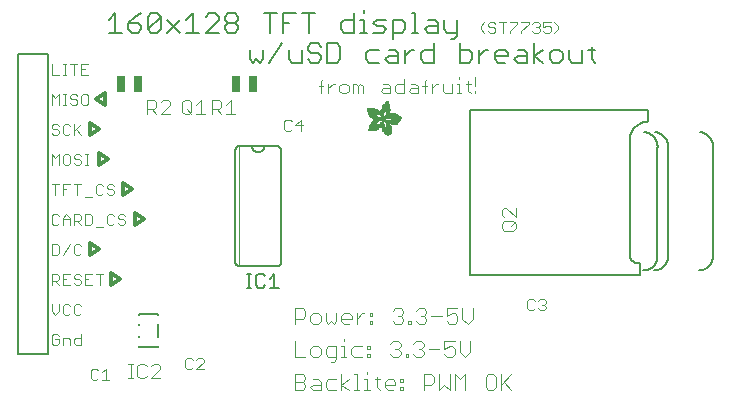
<source format=gbr>
G04 EAGLE Gerber RS-274X export*
G75*
%MOMM*%
%FSLAX34Y34*%
%LPD*%
%INSilkscreen Top*%
%IPPOS*%
%AMOC8*
5,1,8,0,0,1.08239X$1,22.5*%
G01*
%ADD10C,0.304800*%
%ADD11C,0.076200*%
%ADD12C,0.152400*%
%ADD13C,0.101600*%
%ADD14C,0.050800*%
%ADD15C,0.127000*%
%ADD16R,0.650000X1.400000*%
%ADD17R,0.063400X0.002600*%
%ADD18R,0.099000X0.002400*%
%ADD19R,0.124400X0.002600*%
%ADD20R,0.144800X0.002400*%
%ADD21R,0.162600X0.002400*%
%ADD22R,0.180200X0.002600*%
%ADD23R,0.193000X0.002400*%
%ADD24R,0.208200X0.002600*%
%ADD25R,0.221000X0.002400*%
%ADD26R,0.233600X0.002400*%
%ADD27R,0.246200X0.002600*%
%ADD28R,0.256600X0.002400*%
%ADD29R,0.266600X0.002600*%
%ADD30R,0.276800X0.002400*%
%ADD31R,0.287000X0.002400*%
%ADD32R,0.297200X0.002600*%
%ADD33R,0.304800X0.002400*%
%ADD34R,0.315000X0.002600*%
%ADD35R,0.322600X0.002400*%
%ADD36R,0.332800X0.002400*%
%ADD37R,0.340400X0.002600*%
%ADD38R,0.350400X0.002400*%
%ADD39R,0.355600X0.002600*%
%ADD40R,0.363200X0.002400*%
%ADD41R,0.370800X0.002400*%
%ADD42R,0.378400X0.002600*%
%ADD43R,0.386000X0.002400*%
%ADD44R,0.391000X0.002600*%
%ADD45R,0.398800X0.002400*%
%ADD46R,0.406400X0.002400*%
%ADD47R,0.411400X0.002600*%
%ADD48R,0.419000X0.002400*%
%ADD49R,0.426600X0.002600*%
%ADD50R,0.431800X0.002400*%
%ADD51R,0.436800X0.002400*%
%ADD52R,0.442000X0.002600*%
%ADD53R,0.447000X0.002400*%
%ADD54R,0.454600X0.002600*%
%ADD55R,0.459600X0.002400*%
%ADD56R,0.467400X0.002400*%
%ADD57R,0.469800X0.002600*%
%ADD58R,0.475000X0.002400*%
%ADD59R,0.482600X0.002600*%
%ADD60R,0.485000X0.002400*%
%ADD61R,0.490200X0.002400*%
%ADD62R,0.495200X0.002600*%
%ADD63R,0.503000X0.002400*%
%ADD64R,0.505400X0.002600*%
%ADD65R,0.510400X0.002400*%
%ADD66R,0.515600X0.002400*%
%ADD67R,0.518000X0.002600*%
%ADD68R,0.523200X0.002400*%
%ADD69R,0.525800X0.002600*%
%ADD70R,0.533400X0.002400*%
%ADD71R,0.538400X0.002400*%
%ADD72R,0.541000X0.002600*%
%ADD73R,0.546000X0.002400*%
%ADD74R,0.548600X0.002600*%
%ADD75R,0.553600X0.002400*%
%ADD76R,0.558800X0.002400*%
%ADD77R,0.561400X0.002600*%
%ADD78R,0.566400X0.002400*%
%ADD79R,0.568800X0.002600*%
%ADD80R,0.574000X0.002400*%
%ADD81R,0.576600X0.002400*%
%ADD82R,0.581600X0.002600*%
%ADD83R,0.584200X0.002400*%
%ADD84R,0.589200X0.002600*%
%ADD85R,0.591800X0.002400*%
%ADD86R,0.596800X0.002400*%
%ADD87R,0.599400X0.002600*%
%ADD88R,0.604400X0.002400*%
%ADD89R,0.604400X0.002600*%
%ADD90R,0.609600X0.002400*%
%ADD91R,0.612200X0.002400*%
%ADD92R,0.617200X0.002600*%
%ADD93R,0.619800X0.002400*%
%ADD94R,0.622200X0.002600*%
%ADD95R,0.627200X0.002400*%
%ADD96R,0.632400X0.002600*%
%ADD97R,0.635000X0.002400*%
%ADD98R,0.640000X0.002600*%
%ADD99R,0.642600X0.002400*%
%ADD100R,0.645000X0.002400*%
%ADD101R,0.647600X0.002600*%
%ADD102R,0.650200X0.002400*%
%ADD103R,0.655200X0.002600*%
%ADD104R,0.657800X0.002400*%
%ADD105R,0.662800X0.002600*%
%ADD106R,0.665400X0.002400*%
%ADD107R,0.668000X0.002600*%
%ADD108R,0.670600X0.002400*%
%ADD109R,0.673000X0.002400*%
%ADD110R,0.678200X0.002600*%
%ADD111R,0.680600X0.002400*%
%ADD112R,0.680600X0.002600*%
%ADD113R,0.685800X0.002400*%
%ADD114R,0.688400X0.002400*%
%ADD115R,0.688400X0.002600*%
%ADD116R,0.693400X0.002400*%
%ADD117R,0.696000X0.002600*%
%ADD118R,0.698400X0.002400*%
%ADD119R,0.703400X0.002600*%
%ADD120R,0.706000X0.002400*%
%ADD121R,0.706000X0.002600*%
%ADD122R,0.711200X0.002400*%
%ADD123R,0.713800X0.002400*%
%ADD124R,0.713800X0.002600*%
%ADD125R,0.716200X0.002400*%
%ADD126R,0.721200X0.002600*%
%ADD127R,0.721200X0.002400*%
%ADD128R,0.723800X0.002400*%
%ADD129R,0.723800X0.002600*%
%ADD130R,0.729000X0.002400*%
%ADD131R,0.731600X0.002600*%
%ADD132R,0.731600X0.002400*%
%ADD133R,0.734000X0.002400*%
%ADD134R,0.736600X0.002600*%
%ADD135R,0.739000X0.002400*%
%ADD136R,0.741600X0.002600*%
%ADD137R,0.741600X0.002400*%
%ADD138R,0.744200X0.002400*%
%ADD139R,0.746600X0.002600*%
%ADD140R,0.749200X0.002400*%
%ADD141R,0.751800X0.002600*%
%ADD142R,0.751800X0.002400*%
%ADD143R,0.754200X0.002400*%
%ADD144R,0.756800X0.002600*%
%ADD145R,0.759400X0.002400*%
%ADD146R,0.759400X0.002600*%
%ADD147R,0.762000X0.002400*%
%ADD148R,0.764600X0.002400*%
%ADD149R,0.764600X0.002600*%
%ADD150R,0.767000X0.002400*%
%ADD151R,0.769600X0.002600*%
%ADD152R,0.772000X0.002400*%
%ADD153R,0.774600X0.002600*%
%ADD154R,0.774600X0.002400*%
%ADD155R,0.777200X0.002600*%
%ADD156R,0.777200X0.002400*%
%ADD157R,0.205600X0.002400*%
%ADD158R,0.779800X0.002400*%
%ADD159R,0.309800X0.002600*%
%ADD160R,0.782400X0.002600*%
%ADD161R,0.381000X0.002400*%
%ADD162R,0.784800X0.002400*%
%ADD163R,0.409000X0.002600*%
%ADD164R,0.784800X0.002600*%
%ADD165R,0.787400X0.002400*%
%ADD166R,0.452000X0.002400*%
%ADD167R,0.790000X0.002600*%
%ADD168R,0.487600X0.002400*%
%ADD169R,0.790000X0.002400*%
%ADD170R,0.502800X0.002600*%
%ADD171R,0.792400X0.002600*%
%ADD172R,0.518000X0.002400*%
%ADD173R,0.792400X0.002400*%
%ADD174R,0.530800X0.002400*%
%ADD175R,0.795000X0.002400*%
%ADD176R,0.795000X0.002600*%
%ADD177R,0.797600X0.002400*%
%ADD178R,0.563800X0.002600*%
%ADD179R,0.797600X0.002600*%
%ADD180R,0.800000X0.002400*%
%ADD181R,0.586600X0.002400*%
%ADD182R,0.596800X0.002600*%
%ADD183R,0.802600X0.002600*%
%ADD184R,0.604600X0.002400*%
%ADD185R,0.805200X0.002400*%
%ADD186R,0.612200X0.002600*%
%ADD187R,0.807600X0.002600*%
%ADD188R,0.622200X0.002400*%
%ADD189R,0.807600X0.002400*%
%ADD190R,0.630000X0.002400*%
%ADD191R,0.810200X0.002400*%
%ADD192R,0.637600X0.002600*%
%ADD193R,0.810200X0.002600*%
%ADD194R,0.647600X0.002400*%
%ADD195R,0.812800X0.002400*%
%ADD196R,0.652800X0.002600*%
%ADD197R,0.812800X0.002600*%
%ADD198R,0.815200X0.002400*%
%ADD199R,0.673000X0.002600*%
%ADD200R,0.815200X0.002600*%
%ADD201R,0.817800X0.002400*%
%ADD202R,0.683200X0.002600*%
%ADD203R,0.817800X0.002600*%
%ADD204R,0.690800X0.002400*%
%ADD205R,0.820400X0.002400*%
%ADD206R,0.696000X0.002400*%
%ADD207R,0.703600X0.002600*%
%ADD208R,0.820400X0.002600*%
%ADD209R,0.708600X0.002400*%
%ADD210R,0.823000X0.002400*%
%ADD211R,0.728800X0.002600*%
%ADD212R,0.825400X0.002600*%
%ADD213R,0.825400X0.002400*%
%ADD214R,0.739000X0.002600*%
%ADD215R,0.828000X0.002600*%
%ADD216R,0.828000X0.002400*%
%ADD217R,0.749200X0.002600*%
%ADD218R,0.830600X0.002600*%
%ADD219R,0.754400X0.002400*%
%ADD220R,0.830600X0.002400*%
%ADD221R,0.833200X0.002600*%
%ADD222R,0.764400X0.002400*%
%ADD223R,0.833200X0.002400*%
%ADD224R,0.835600X0.002600*%
%ADD225R,0.833000X0.002400*%
%ADD226R,0.782400X0.002400*%
%ADD227R,0.835600X0.002400*%
%ADD228R,0.787400X0.002600*%
%ADD229R,0.838200X0.002600*%
%ADD230R,0.789800X0.002400*%
%ADD231R,0.838200X0.002400*%
%ADD232R,0.840600X0.002600*%
%ADD233R,0.797400X0.002400*%
%ADD234R,0.840600X0.002400*%
%ADD235R,0.805200X0.002600*%
%ADD236R,0.840800X0.002600*%
%ADD237R,0.840800X0.002400*%
%ADD238R,0.843200X0.002600*%
%ADD239R,0.843200X0.002400*%
%ADD240R,0.815400X0.002400*%
%ADD241R,0.845800X0.002600*%
%ADD242R,0.845800X0.002400*%
%ADD243R,0.830400X0.002600*%
%ADD244R,0.848200X0.002600*%
%ADD245R,0.848200X0.002400*%
%ADD246R,0.848400X0.002400*%
%ADD247R,0.848400X0.002600*%
%ADD248R,0.850800X0.002400*%
%ADD249R,0.853400X0.002600*%
%ADD250R,0.850800X0.002600*%
%ADD251R,0.856000X0.002400*%
%ADD252R,0.861000X0.002600*%
%ADD253R,0.863600X0.002400*%
%ADD254R,0.866000X0.002600*%
%ADD255R,0.868600X0.002400*%
%ADD256R,0.871200X0.002600*%
%ADD257R,0.873600X0.002400*%
%ADD258R,0.853400X0.002400*%
%ADD259R,0.876200X0.002400*%
%ADD260R,0.876200X0.002600*%
%ADD261R,0.881400X0.002400*%
%ADD262R,0.883800X0.002600*%
%ADD263R,0.886400X0.002400*%
%ADD264R,0.889000X0.002400*%
%ADD265R,0.891600X0.002600*%
%ADD266R,0.891400X0.002400*%
%ADD267R,0.894000X0.002600*%
%ADD268R,0.896600X0.002400*%
%ADD269R,0.899000X0.002400*%
%ADD270R,0.901600X0.002600*%
%ADD271R,0.856000X0.002600*%
%ADD272R,0.904200X0.002400*%
%ADD273R,0.904200X0.002600*%
%ADD274R,0.909200X0.002400*%
%ADD275R,0.911800X0.002400*%
%ADD276R,0.914400X0.002600*%
%ADD277R,0.916800X0.002400*%
%ADD278R,0.919400X0.002600*%
%ADD279R,0.919400X0.002400*%
%ADD280R,0.922000X0.002400*%
%ADD281R,0.924600X0.002600*%
%ADD282R,0.927000X0.002400*%
%ADD283R,0.929600X0.002600*%
%ADD284R,0.932200X0.002400*%
%ADD285R,0.934600X0.002600*%
%ADD286R,0.937200X0.002400*%
%ADD287R,0.939800X0.002600*%
%ADD288R,0.942200X0.002400*%
%ADD289R,0.942400X0.002400*%
%ADD290R,0.944800X0.002600*%
%ADD291R,0.947400X0.002400*%
%ADD292R,0.950000X0.002600*%
%ADD293R,0.952400X0.002400*%
%ADD294R,0.955000X0.002400*%
%ADD295R,0.952400X0.002600*%
%ADD296R,0.957400X0.002600*%
%ADD297R,0.365600X0.002600*%
%ADD298R,0.462200X0.002600*%
%ADD299R,0.960000X0.002400*%
%ADD300R,0.358000X0.002400*%
%ADD301R,0.454600X0.002400*%
%ADD302R,0.962600X0.002400*%
%ADD303R,0.353000X0.002400*%
%ADD304R,0.452200X0.002400*%
%ADD305R,0.965200X0.002600*%
%ADD306R,0.350400X0.002600*%
%ADD307R,0.447000X0.002600*%
%ADD308R,0.965200X0.002400*%
%ADD309R,0.348000X0.002400*%
%ADD310R,0.444400X0.002400*%
%ADD311R,0.967600X0.002600*%
%ADD312R,0.345400X0.002600*%
%ADD313R,0.439400X0.002600*%
%ADD314R,0.970200X0.002400*%
%ADD315R,0.342800X0.002400*%
%ADD316R,0.340200X0.002400*%
%ADD317R,0.972800X0.002600*%
%ADD318R,0.337800X0.002600*%
%ADD319R,0.429200X0.002600*%
%ADD320R,0.972800X0.002400*%
%ADD321R,0.335200X0.002400*%
%ADD322R,0.429200X0.002400*%
%ADD323R,0.975400X0.002600*%
%ADD324R,0.332600X0.002600*%
%ADD325R,0.424200X0.002600*%
%ADD326R,0.977800X0.002400*%
%ADD327R,0.424200X0.002400*%
%ADD328R,0.980400X0.002600*%
%ADD329R,0.330200X0.002600*%
%ADD330R,0.419000X0.002600*%
%ADD331R,0.980400X0.002400*%
%ADD332R,0.327600X0.002400*%
%ADD333R,0.414000X0.002400*%
%ADD334R,0.983000X0.002600*%
%ADD335R,0.327600X0.002600*%
%ADD336R,0.414000X0.002600*%
%ADD337R,0.983000X0.002400*%
%ADD338R,0.325000X0.002400*%
%ADD339R,0.985400X0.002400*%
%ADD340R,0.409000X0.002400*%
%ADD341R,0.988000X0.002600*%
%ADD342R,0.322600X0.002600*%
%ADD343R,0.322400X0.002400*%
%ADD344R,0.320000X0.002600*%
%ADD345R,0.403800X0.002600*%
%ADD346R,0.990600X0.002400*%
%ADD347R,0.317400X0.002400*%
%ADD348R,0.401200X0.002400*%
%ADD349R,0.990600X0.002600*%
%ADD350R,0.317400X0.002600*%
%ADD351R,0.398800X0.002600*%
%ADD352R,0.315000X0.002400*%
%ADD353R,0.396200X0.002400*%
%ADD354R,0.993000X0.002600*%
%ADD355R,0.393600X0.002600*%
%ADD356R,0.993000X0.002400*%
%ADD357R,0.312400X0.002400*%
%ADD358R,0.393600X0.002400*%
%ADD359R,0.312400X0.002600*%
%ADD360R,0.391200X0.002600*%
%ADD361R,0.309800X0.002400*%
%ADD362R,0.388600X0.002400*%
%ADD363R,1.305600X0.002600*%
%ADD364R,0.386000X0.002600*%
%ADD365R,1.300400X0.002400*%
%ADD366R,1.298000X0.002400*%
%ADD367R,0.383400X0.002400*%
%ADD368R,1.298000X0.002600*%
%ADD369R,0.383400X0.002600*%
%ADD370R,1.295400X0.002400*%
%ADD371R,1.292800X0.002600*%
%ADD372R,0.381000X0.002600*%
%ADD373R,1.290200X0.002400*%
%ADD374R,0.378400X0.002400*%
%ADD375R,1.285200X0.002600*%
%ADD376R,1.285200X0.002400*%
%ADD377R,0.373400X0.002400*%
%ADD378R,1.282600X0.002600*%
%ADD379R,0.373400X0.002600*%
%ADD380R,1.282600X0.002400*%
%ADD381R,1.277600X0.002400*%
%ADD382R,1.277600X0.002600*%
%ADD383R,0.368200X0.002600*%
%ADD384R,1.275000X0.002400*%
%ADD385R,0.368200X0.002400*%
%ADD386R,1.272400X0.002600*%
%ADD387R,0.365800X0.002600*%
%ADD388R,1.270000X0.002400*%
%ADD389R,0.365800X0.002400*%
%ADD390R,1.265000X0.002600*%
%ADD391R,0.363200X0.002600*%
%ADD392R,1.265000X0.002400*%
%ADD393R,1.262400X0.002600*%
%ADD394R,0.360600X0.002600*%
%ADD395R,1.259800X0.002400*%
%ADD396R,0.360600X0.002400*%
%ADD397R,1.257200X0.002400*%
%ADD398R,1.257200X0.002600*%
%ADD399R,0.358000X0.002600*%
%ADD400R,1.254800X0.002400*%
%ADD401R,0.355600X0.002400*%
%ADD402R,1.252200X0.002600*%
%ADD403R,1.252200X0.002400*%
%ADD404R,1.247000X0.002400*%
%ADD405R,1.247000X0.002600*%
%ADD406R,0.353000X0.002600*%
%ADD407R,1.242000X0.002600*%
%ADD408R,1.242000X0.002400*%
%ADD409R,1.239400X0.002400*%
%ADD410R,1.237000X0.002600*%
%ADD411R,0.347800X0.002600*%
%ADD412R,1.237000X0.002400*%
%ADD413R,0.347800X0.002400*%
%ADD414R,1.231800X0.002600*%
%ADD415R,1.231800X0.002400*%
%ADD416R,0.345400X0.002400*%
%ADD417R,1.226800X0.002600*%
%ADD418R,1.226800X0.002400*%
%ADD419R,1.224200X0.002600*%
%ADD420R,0.342800X0.002600*%
%ADD421R,1.221600X0.002400*%
%ADD422R,0.340400X0.002400*%
%ADD423R,1.219200X0.002600*%
%ADD424R,1.216600X0.002400*%
%ADD425R,0.337800X0.002400*%
%ADD426R,1.214200X0.002600*%
%ADD427R,1.214200X0.002400*%
%ADD428R,1.209000X0.002400*%
%ADD429R,1.209000X0.002600*%
%ADD430R,0.335200X0.002600*%
%ADD431R,1.206400X0.002600*%
%ADD432R,0.652800X0.002400*%
%ADD433R,0.083800X0.002400*%
%ADD434R,0.505400X0.002400*%
%ADD435R,0.134600X0.002400*%
%ADD436R,0.497800X0.002600*%
%ADD437R,0.332800X0.002600*%
%ADD438R,0.167600X0.002600*%
%ADD439R,0.632400X0.002400*%
%ADD440R,0.330200X0.002400*%
%ADD441R,0.195400X0.002400*%
%ADD442R,0.629800X0.002600*%
%ADD443R,0.223400X0.002600*%
%ADD444R,0.624800X0.002400*%
%ADD445R,0.474800X0.002400*%
%ADD446R,0.246400X0.002400*%
%ADD447R,0.469800X0.002400*%
%ADD448R,0.264000X0.002400*%
%ADD449R,0.619600X0.002600*%
%ADD450R,0.284400X0.002600*%
%ADD451R,0.617200X0.002400*%
%ADD452R,0.457200X0.002400*%
%ADD453R,0.302200X0.002400*%
%ADD454R,0.614600X0.002600*%
%ADD455R,0.452000X0.002600*%
%ADD456R,0.325000X0.002600*%
%ADD457R,0.439400X0.002400*%
%ADD458R,0.609600X0.002600*%
%ADD459R,0.434400X0.002600*%
%ADD460R,0.322400X0.002600*%
%ADD461R,0.602000X0.002400*%
%ADD462R,0.416400X0.002400*%
%ADD463R,0.599400X0.002400*%
%ADD464R,0.408800X0.002400*%
%ADD465R,0.320000X0.002400*%
%ADD466R,0.441800X0.002400*%
%ADD467R,0.401200X0.002600*%
%ADD468R,0.464800X0.002400*%
%ADD469R,0.594200X0.002400*%
%ADD470R,0.591800X0.002600*%
%ADD471R,0.487600X0.002600*%
%ADD472R,0.594400X0.002400*%
%ADD473R,0.495200X0.002400*%
%ADD474R,0.508000X0.002600*%
%ADD475R,0.518200X0.002400*%
%ADD476R,0.589200X0.002400*%
%ADD477R,0.375800X0.002400*%
%ADD478R,0.528400X0.002400*%
%ADD479R,0.370800X0.002600*%
%ADD480R,0.538400X0.002600*%
%ADD481R,0.586600X0.002600*%
%ADD482R,0.556200X0.002600*%
%ADD483R,0.314800X0.002400*%
%ADD484R,0.586800X0.002600*%
%ADD485R,0.584200X0.002600*%
%ADD486R,0.602000X0.002600*%
%ADD487R,0.581600X0.002400*%
%ADD488R,0.619600X0.002400*%
%ADD489R,0.627400X0.002600*%
%ADD490R,0.307200X0.002600*%
%ADD491R,0.642600X0.002600*%
%ADD492R,0.579200X0.002400*%
%ADD493R,0.307400X0.002400*%
%ADD494R,0.579000X0.002600*%
%ADD495R,0.307400X0.002600*%
%ADD496R,0.665400X0.002600*%
%ADD497R,0.307200X0.002400*%
%ADD498R,0.314800X0.002600*%
%ADD499R,0.304800X0.002600*%
%ADD500R,0.576400X0.002400*%
%ADD501R,0.576600X0.002600*%
%ADD502R,0.713600X0.002400*%
%ADD503R,0.574000X0.002600*%
%ADD504R,0.302200X0.002600*%
%ADD505R,0.721400X0.002600*%
%ADD506R,0.299600X0.002400*%
%ADD507R,0.297200X0.002400*%
%ADD508R,0.736600X0.002400*%
%ADD509R,0.292000X0.002600*%
%ADD510R,0.289600X0.002400*%
%ADD511R,0.746800X0.002400*%
%ADD512R,0.571400X0.002600*%
%ADD513R,0.287000X0.002600*%
%ADD514R,0.299800X0.002600*%
%ADD515R,0.754400X0.002600*%
%ADD516R,0.284400X0.002400*%
%ADD517R,1.061800X0.002400*%
%ADD518R,0.571400X0.002400*%
%ADD519R,0.282000X0.002400*%
%ADD520R,1.066800X0.002400*%
%ADD521R,0.279400X0.002600*%
%ADD522R,1.066800X0.002600*%
%ADD523R,1.071800X0.002400*%
%ADD524R,0.274200X0.002600*%
%ADD525R,1.074400X0.002600*%
%ADD526R,0.274200X0.002400*%
%ADD527R,1.076800X0.002400*%
%ADD528R,0.569000X0.002400*%
%ADD529R,0.271800X0.002400*%
%ADD530R,1.079400X0.002400*%
%ADD531R,0.269200X0.002600*%
%ADD532R,1.082000X0.002600*%
%ADD533R,0.266600X0.002400*%
%ADD534R,1.087000X0.002400*%
%ADD535R,0.569000X0.002600*%
%ADD536R,0.264200X0.002600*%
%ADD537R,1.087000X0.002600*%
%ADD538R,0.568800X0.002400*%
%ADD539R,0.261600X0.002400*%
%ADD540R,1.092200X0.002400*%
%ADD541R,0.259000X0.002400*%
%ADD542R,1.094800X0.002400*%
%ADD543R,0.566400X0.002600*%
%ADD544R,0.256600X0.002600*%
%ADD545R,1.097200X0.002600*%
%ADD546R,1.099800X0.002400*%
%ADD547R,0.254000X0.002600*%
%ADD548R,1.104800X0.002600*%
%ADD549R,0.251400X0.002400*%
%ADD550R,1.104800X0.002400*%
%ADD551R,0.248800X0.002400*%
%ADD552R,1.110000X0.002400*%
%ADD553R,0.246400X0.002600*%
%ADD554R,1.112400X0.002600*%
%ADD555R,1.115000X0.002400*%
%ADD556R,1.117600X0.002600*%
%ADD557R,0.563800X0.002400*%
%ADD558R,0.243800X0.002400*%
%ADD559R,1.122600X0.002400*%
%ADD560R,0.241200X0.002400*%
%ADD561R,0.241200X0.002600*%
%ADD562R,1.127800X0.002600*%
%ADD563R,0.238600X0.002400*%
%ADD564R,1.130200X0.002400*%
%ADD565R,0.236200X0.002600*%
%ADD566R,1.132800X0.002600*%
%ADD567R,0.561400X0.002400*%
%ADD568R,1.137800X0.002400*%
%ADD569R,0.561200X0.002400*%
%ADD570R,0.561200X0.002600*%
%ADD571R,0.233600X0.002600*%
%ADD572R,1.143000X0.002600*%
%ADD573R,0.231200X0.002400*%
%ADD574R,1.145600X0.002400*%
%ADD575R,0.231200X0.002600*%
%ADD576R,1.148000X0.002600*%
%ADD577R,0.228600X0.002400*%
%ADD578R,1.153200X0.002400*%
%ADD579R,0.226000X0.002400*%
%ADD580R,0.558800X0.002600*%
%ADD581R,0.228600X0.002600*%
%ADD582R,1.158200X0.002600*%
%ADD583R,1.160800X0.002400*%
%ADD584R,1.165800X0.002600*%
%ADD585R,0.223400X0.002400*%
%ADD586R,1.168400X0.002400*%
%ADD587R,1.171000X0.002400*%
%ADD588R,1.176000X0.002600*%
%ADD589R,0.220800X0.002400*%
%ADD590R,1.176000X0.002400*%
%ADD591R,0.221000X0.002600*%
%ADD592R,1.181000X0.002600*%
%ADD593R,1.186200X0.002400*%
%ADD594R,0.218400X0.002400*%
%ADD595R,1.188600X0.002400*%
%ADD596R,1.193800X0.002600*%
%ADD597R,1.196200X0.002400*%
%ADD598R,1.201400X0.002600*%
%ADD599R,0.556200X0.002400*%
%ADD600R,1.206400X0.002400*%
%ADD601R,0.218400X0.002600*%
%ADD602R,1.221600X0.002600*%
%ADD603R,0.553800X0.002400*%
%ADD604R,0.223600X0.002400*%
%ADD605R,0.553600X0.002600*%
%ADD606R,0.226000X0.002600*%
%ADD607R,0.551200X0.002600*%
%ADD608R,0.231000X0.002600*%
%ADD609R,1.249600X0.002600*%
%ADD610R,0.551200X0.002400*%
%ADD611R,0.236200X0.002400*%
%ADD612R,1.513800X0.002400*%
%ADD613R,1.513800X0.002600*%
%ADD614R,0.551000X0.002400*%
%ADD615R,1.516200X0.002600*%
%ADD616R,1.516400X0.002400*%
%ADD617R,0.551000X0.002600*%
%ADD618R,1.518800X0.002600*%
%ADD619R,1.519000X0.002400*%
%ADD620R,1.519000X0.002600*%
%ADD621R,1.521400X0.002400*%
%ADD622R,1.521400X0.002600*%
%ADD623R,1.524000X0.002400*%
%ADD624R,1.524000X0.002600*%
%ADD625R,1.526400X0.002400*%
%ADD626R,1.526600X0.002600*%
%ADD627R,1.529000X0.002400*%
%ADD628R,1.529000X0.002600*%
%ADD629R,1.531600X0.002400*%
%ADD630R,1.534200X0.002600*%
%ADD631R,1.536600X0.002400*%
%ADD632R,1.539200X0.002600*%
%ADD633R,1.541800X0.002400*%
%ADD634R,1.544200X0.002600*%
%ADD635R,1.549400X0.002400*%
%ADD636R,1.549400X0.002600*%
%ADD637R,1.554400X0.002400*%
%ADD638R,1.557000X0.002400*%
%ADD639R,0.594400X0.002600*%
%ADD640R,1.559400X0.002600*%
%ADD641R,1.564600X0.002400*%
%ADD642R,0.604600X0.002600*%
%ADD643R,1.567200X0.002600*%
%ADD644R,1.572200X0.002400*%
%ADD645R,0.614600X0.002400*%
%ADD646R,1.577200X0.002400*%
%ADD647R,0.525800X0.002400*%
%ADD648R,0.906800X0.002400*%
%ADD649R,1.168400X0.002600*%
%ADD650R,0.889000X0.002600*%
%ADD651R,1.155600X0.002400*%
%ADD652R,1.143000X0.002400*%
%ADD653R,0.866200X0.002400*%
%ADD654R,1.130200X0.002600*%
%ADD655R,1.120000X0.002400*%
%ADD656R,1.110000X0.002600*%
%ADD657R,1.084600X0.002600*%
%ADD658R,1.071800X0.002600*%
%ADD659R,1.064200X0.002400*%
%ADD660R,0.807800X0.002400*%
%ADD661R,1.059200X0.002400*%
%ADD662R,0.802600X0.002400*%
%ADD663R,1.054000X0.002600*%
%ADD664R,0.800000X0.002600*%
%ADD665R,1.049000X0.002400*%
%ADD666R,1.046400X0.002600*%
%ADD667R,1.041400X0.002400*%
%ADD668R,1.038800X0.002400*%
%ADD669R,1.033800X0.002600*%
%ADD670R,1.031200X0.002400*%
%ADD671R,1.028600X0.002600*%
%ADD672R,1.026000X0.002400*%
%ADD673R,0.782200X0.002400*%
%ADD674R,1.026200X0.002400*%
%ADD675R,1.023600X0.002600*%
%ADD676R,0.782200X0.002600*%
%ADD677R,1.021000X0.002400*%
%ADD678R,1.021000X0.002600*%
%ADD679R,1.018400X0.002400*%
%ADD680R,1.018400X0.002600*%
%ADD681R,1.023600X0.002400*%
%ADD682R,1.026200X0.002600*%
%ADD683R,1.028600X0.002400*%
%ADD684R,1.033600X0.002600*%
%ADD685R,0.797400X0.002600*%
%ADD686R,1.033600X0.002400*%
%ADD687R,1.036200X0.002600*%
%ADD688R,1.046400X0.002400*%
%ADD689R,1.049000X0.002600*%
%ADD690R,1.054000X0.002400*%
%ADD691R,1.056600X0.002600*%
%ADD692R,1.061600X0.002400*%
%ADD693R,0.822800X0.002400*%
%ADD694R,1.097200X0.002400*%
%ADD695R,0.858400X0.002600*%
%ADD696R,1.122600X0.002600*%
%ADD697R,0.878800X0.002400*%
%ADD698R,1.140400X0.002400*%
%ADD699R,0.883800X0.002400*%
%ADD700R,0.901600X0.002400*%
%ADD701R,1.170800X0.002600*%
%ADD702R,0.909200X0.002600*%
%ADD703R,1.181000X0.002400*%
%ADD704R,1.196400X0.002400*%
%ADD705R,0.929600X0.002400*%
%ADD706R,1.221800X0.002400*%
%ADD707R,0.949800X0.002400*%
%ADD708R,0.962600X0.002600*%
%ADD709R,0.975400X0.002400*%
%ADD710R,1.272400X0.002400*%
%ADD711R,1.290400X0.002600*%
%ADD712R,1.008200X0.002600*%
%ADD713R,1.318200X0.002400*%
%ADD714R,1.361400X0.002600*%
%ADD715R,2.491600X0.002400*%
%ADD716R,2.494200X0.002400*%
%ADD717R,2.499400X0.002600*%
%ADD718R,2.501800X0.002400*%
%ADD719R,2.504400X0.002600*%
%ADD720R,2.509400X0.002400*%
%ADD721R,2.512000X0.002400*%
%ADD722R,2.517200X0.002600*%
%ADD723R,2.519600X0.002400*%
%ADD724R,2.524800X0.002600*%
%ADD725R,2.527200X0.002400*%
%ADD726R,2.529800X0.002400*%
%ADD727R,2.535000X0.002600*%
%ADD728R,1.673800X0.002400*%
%ADD729R,1.661200X0.002600*%
%ADD730R,1.653400X0.002400*%
%ADD731R,1.645800X0.002400*%
%ADD732R,1.638200X0.002600*%
%ADD733R,1.635800X0.002400*%
%ADD734R,0.779800X0.002600*%
%ADD735R,1.630600X0.002600*%
%ADD736R,1.625600X0.002400*%
%ADD737R,0.772200X0.002400*%
%ADD738R,1.620400X0.002400*%
%ADD739R,1.618000X0.002600*%
%ADD740R,1.612800X0.002400*%
%ADD741R,0.764400X0.002600*%
%ADD742R,1.610200X0.002600*%
%ADD743R,1.607800X0.002400*%
%ADD744R,1.602600X0.002400*%
%ADD745R,0.757000X0.002600*%
%ADD746R,1.600200X0.002600*%
%ADD747R,1.597600X0.002400*%
%ADD748R,1.595000X0.002600*%
%ADD749R,1.592600X0.002400*%
%ADD750R,1.590000X0.002400*%
%ADD751R,0.746800X0.002600*%
%ADD752R,1.587400X0.002600*%
%ADD753R,1.585000X0.002400*%
%ADD754R,0.744200X0.002600*%
%ADD755R,1.582400X0.002600*%
%ADD756R,1.579800X0.002400*%
%ADD757R,1.577200X0.002600*%
%ADD758R,1.574800X0.002400*%
%ADD759R,0.734000X0.002600*%
%ADD760R,1.574800X0.002600*%
%ADD761R,1.338600X0.002400*%
%ADD762R,0.731400X0.002400*%
%ADD763R,1.323200X0.002400*%
%ADD764R,0.731400X0.002600*%
%ADD765R,0.213200X0.002600*%
%ADD766R,1.315600X0.002600*%
%ADD767R,0.210800X0.002400*%
%ADD768R,1.308000X0.002400*%
%ADD769R,0.726400X0.002600*%
%ADD770R,0.210800X0.002600*%
%ADD771R,1.300400X0.002600*%
%ADD772R,0.721400X0.002400*%
%ADD773R,0.208200X0.002400*%
%ADD774R,0.718800X0.002400*%
%ADD775R,0.716200X0.002600*%
%ADD776R,1.267400X0.002400*%
%ADD777R,0.713600X0.002600*%
%ADD778R,1.254800X0.002600*%
%ADD779R,1.249600X0.002400*%
%ADD780R,0.711200X0.002600*%
%ADD781R,1.244600X0.002600*%
%ADD782R,0.706200X0.002400*%
%ADD783R,0.213400X0.002400*%
%ADD784R,0.213200X0.002400*%
%ADD785R,0.215800X0.002600*%
%ADD786R,1.221800X0.002600*%
%ADD787R,0.701000X0.002400*%
%ADD788R,0.215800X0.002400*%
%ADD789R,1.219200X0.002400*%
%ADD790R,1.214000X0.002400*%
%ADD791R,0.701000X0.002600*%
%ADD792R,0.223600X0.002600*%
%ADD793R,1.198800X0.002600*%
%ADD794R,0.695800X0.002400*%
%ADD795R,1.193800X0.002400*%
%ADD796R,1.188800X0.002400*%
%ADD797R,0.695800X0.002600*%
%ADD798R,1.186200X0.002600*%
%ADD799R,0.690800X0.002600*%
%ADD800R,1.178400X0.002600*%
%ADD801R,0.238800X0.002400*%
%ADD802R,1.173400X0.002400*%
%ADD803R,0.688200X0.002400*%
%ADD804R,0.688200X0.002600*%
%ADD805R,1.163200X0.002600*%
%ADD806R,1.158200X0.002400*%
%ADD807R,0.685800X0.002600*%
%ADD808R,1.155600X0.002600*%
%ADD809R,1.150600X0.002400*%
%ADD810R,0.683200X0.002400*%
%ADD811R,1.145400X0.002400*%
%ADD812R,0.256400X0.002400*%
%ADD813R,1.135400X0.002400*%
%ADD814R,0.261600X0.002600*%
%ADD815R,1.127600X0.002400*%
%ADD816R,1.125200X0.002400*%
%ADD817R,1.120000X0.002600*%
%ADD818R,0.678200X0.002400*%
%ADD819R,1.107400X0.002400*%
%ADD820R,0.675600X0.002400*%
%ADD821R,1.102200X0.002400*%
%ADD822R,1.099800X0.002600*%
%ADD823R,0.675600X0.002600*%
%ADD824R,1.089600X0.002600*%
%ADD825R,0.294600X0.002400*%
%ADD826R,1.084400X0.002400*%
%ADD827R,1.082000X0.002400*%
%ADD828R,1.076800X0.002600*%
%ADD829R,1.069200X0.002600*%
%ADD830R,1.051400X0.002400*%
%ADD831R,0.670400X0.002400*%
%ADD832R,0.670600X0.002600*%
%ADD833R,1.031200X0.002600*%
%ADD834R,0.670400X0.002600*%
%ADD835R,1.016000X0.002400*%
%ADD836R,1.010800X0.002600*%
%ADD837R,0.376000X0.002400*%
%ADD838R,1.005800X0.002400*%
%ADD839R,1.000800X0.002600*%
%ADD840R,0.998200X0.002400*%
%ADD841R,0.391200X0.002400*%
%ADD842R,0.396200X0.002600*%
%ADD843R,0.401400X0.002400*%
%ADD844R,0.406400X0.002600*%
%ADD845R,0.977800X0.002600*%
%ADD846R,0.421600X0.002400*%
%ADD847R,0.955000X0.002600*%
%ADD848R,0.950000X0.002400*%
%ADD849R,0.944800X0.002400*%
%ADD850R,0.942200X0.002600*%
%ADD851R,0.467200X0.002400*%
%ADD852R,0.477400X0.002600*%
%ADD853R,0.530800X0.002600*%
%ADD854R,0.906800X0.002600*%
%ADD855R,1.325800X0.002400*%
%ADD856R,0.894000X0.002400*%
%ADD857R,1.325800X0.002600*%
%ADD858R,1.328400X0.002400*%
%ADD859R,1.328400X0.002600*%
%ADD860R,0.881400X0.002600*%
%ADD861R,1.333400X0.002400*%
%ADD862R,1.333400X0.002600*%
%ADD863R,0.863600X0.002600*%
%ADD864R,0.858400X0.002400*%
%ADD865R,1.336000X0.002600*%
%ADD866R,1.338600X0.002600*%
%ADD867R,0.833000X0.002600*%
%ADD868R,1.343600X0.002400*%
%ADD869R,1.343600X0.002600*%
%ADD870R,0.365600X0.002400*%
%ADD871R,1.346200X0.002400*%
%ADD872R,1.348800X0.002600*%
%ADD873R,1.348800X0.002400*%
%ADD874R,1.351200X0.002600*%
%ADD875R,1.351200X0.002400*%
%ADD876R,0.269200X0.002400*%
%ADD877R,1.353800X0.002400*%
%ADD878R,0.249000X0.002400*%
%ADD879R,1.353800X0.002600*%
%ADD880R,0.340200X0.002600*%
%ADD881R,1.356200X0.002400*%
%ADD882R,1.358800X0.002600*%
%ADD883R,0.198200X0.002600*%
%ADD884R,1.358800X0.002400*%
%ADD885R,0.180200X0.002400*%
%ADD886R,0.157400X0.002400*%
%ADD887R,0.132000X0.002600*%
%ADD888R,1.364000X0.002400*%
%ADD889R,0.101600X0.002400*%
%ADD890R,1.364000X0.002600*%
%ADD891R,0.050800X0.002600*%
%ADD892R,1.369000X0.002400*%
%ADD893R,1.369000X0.002600*%
%ADD894R,1.371600X0.002600*%
%ADD895R,1.374200X0.002400*%
%ADD896R,1.376600X0.002600*%
%ADD897R,1.376600X0.002400*%
%ADD898R,1.379200X0.002600*%
%ADD899R,1.381800X0.002400*%
%ADD900R,1.381800X0.002600*%
%ADD901R,1.386800X0.002400*%
%ADD902R,1.386800X0.002600*%
%ADD903R,0.294600X0.002600*%
%ADD904R,1.389200X0.002400*%
%ADD905R,1.389200X0.002600*%
%ADD906R,1.394400X0.002400*%
%ADD907R,0.292000X0.002400*%
%ADD908R,1.394400X0.002600*%
%ADD909R,1.397000X0.002400*%
%ADD910R,1.397000X0.002600*%
%ADD911R,1.402000X0.002400*%
%ADD912R,1.402000X0.002600*%
%ADD913R,0.289600X0.002600*%
%ADD914R,1.404600X0.002400*%
%ADD915R,1.407000X0.002600*%
%ADD916R,1.409600X0.002400*%
%ADD917R,1.412200X0.002600*%
%ADD918R,1.412200X0.002400*%
%ADD919R,1.414800X0.002600*%
%ADD920R,1.417200X0.002400*%
%ADD921R,1.419800X0.002600*%
%ADD922R,1.419800X0.002400*%
%ADD923R,1.422400X0.002400*%
%ADD924R,1.424800X0.002600*%
%ADD925R,1.424800X0.002400*%
%ADD926R,1.051400X0.002600*%
%ADD927R,0.375800X0.002600*%
%ADD928R,1.044000X0.002400*%
%ADD929R,0.383600X0.002400*%
%ADD930R,1.041400X0.002600*%
%ADD931R,0.299600X0.002600*%
%ADD932R,1.038800X0.002600*%
%ADD933R,0.388600X0.002600*%
%ADD934R,1.036200X0.002400*%
%ADD935R,0.398600X0.002600*%
%ADD936R,0.398600X0.002400*%
%ADD937R,1.018600X0.002600*%
%ADD938R,0.403800X0.002400*%
%ADD939R,1.013400X0.002600*%
%ADD940R,1.008400X0.002400*%
%ADD941R,0.411400X0.002400*%
%ADD942R,1.005800X0.002600*%
%ADD943R,1.003200X0.002400*%
%ADD944R,0.421600X0.002600*%
%ADD945R,0.426800X0.002400*%
%ADD946R,0.995600X0.002400*%
%ADD947R,0.441800X0.002600*%
%ADD948R,0.988000X0.002400*%
%ADD949R,0.985400X0.002600*%
%ADD950R,0.975200X0.002400*%
%ADD951R,0.970200X0.002600*%
%ADD952R,0.967600X0.002400*%
%ADD953R,0.960000X0.002600*%
%ADD954R,0.805000X0.002600*%
%ADD955R,0.957400X0.002400*%
%ADD956R,0.947400X0.002600*%
%ADD957R,0.934600X0.002400*%
%ADD958R,0.927000X0.002600*%
%ADD959R,0.924600X0.002400*%
%ADD960R,0.917000X0.002400*%
%ADD961R,0.891400X0.002600*%
%ADD962R,0.861000X0.002400*%
%ADD963R,0.789800X0.002600*%
%ADD964R,0.772200X0.002600*%
%ADD965R,0.772000X0.002600*%
%ADD966R,0.726400X0.002400*%
%ADD967R,0.769600X0.002400*%
%ADD968R,0.718800X0.002600*%
%ADD969R,0.767000X0.002600*%
%ADD970R,0.660400X0.002400*%
%ADD971R,0.650200X0.002600*%
%ADD972R,0.637400X0.002400*%
%ADD973R,0.607000X0.002400*%
%ADD974R,0.535800X0.002400*%
%ADD975R,0.756800X0.002400*%
%ADD976R,0.061000X0.002400*%
%ADD977R,0.746600X0.002400*%
%ADD978R,0.729000X0.002600*%
%ADD979R,0.703600X0.002400*%
%ADD980R,0.698400X0.002600*%
%ADD981R,0.693400X0.002600*%
%ADD982R,0.680800X0.002400*%
%ADD983R,0.680800X0.002600*%
%ADD984R,0.668000X0.002400*%
%ADD985R,0.663000X0.002400*%
%ADD986R,0.663000X0.002600*%
%ADD987R,0.655200X0.002400*%
%ADD988R,0.652600X0.002600*%
%ADD989R,0.652600X0.002400*%
%ADD990R,0.645200X0.002400*%
%ADD991R,0.645200X0.002600*%
%ADD992R,0.640000X0.002400*%
%ADD993R,0.635000X0.002600*%
%ADD994R,0.629800X0.002400*%
%ADD995R,0.627400X0.002400*%
%ADD996R,0.612000X0.002600*%
%ADD997R,0.612000X0.002400*%
%ADD998R,0.607000X0.002600*%
%ADD999R,0.553800X0.002600*%
%ADD1000R,0.546000X0.002600*%
%ADD1001R,0.543400X0.002400*%
%ADD1002R,0.543400X0.002600*%
%ADD1003R,0.536000X0.002400*%
%ADD1004R,0.536000X0.002600*%
%ADD1005R,0.528200X0.002600*%
%ADD1006R,0.525600X0.002400*%
%ADD1007R,0.520600X0.002600*%
%ADD1008R,0.515600X0.002600*%
%ADD1009R,0.510600X0.002400*%
%ADD1010R,0.502800X0.002400*%
%ADD1011R,0.500400X0.002600*%
%ADD1012R,0.497800X0.002400*%
%ADD1013R,0.492800X0.002400*%
%ADD1014R,0.492800X0.002600*%
%ADD1015R,0.485000X0.002600*%
%ADD1016R,0.482600X0.002400*%
%ADD1017R,0.480000X0.002400*%
%ADD1018R,0.475000X0.002600*%
%ADD1019R,0.472400X0.002400*%
%ADD1020R,0.444400X0.002600*%
%ADD1021R,0.442000X0.002400*%
%ADD1022R,0.436800X0.002600*%
%ADD1023R,0.434200X0.002400*%
%ADD1024R,0.416600X0.002400*%
%ADD1025R,0.358200X0.002400*%
%ADD1026R,0.289400X0.002400*%
%ADD1027R,0.276800X0.002600*%
%ADD1028R,0.256400X0.002600*%
%ADD1029R,0.254000X0.002400*%
%ADD1030R,0.243800X0.002600*%
%ADD1031R,0.231000X0.002400*%
%ADD1032R,0.203200X0.002400*%
%ADD1033R,0.200600X0.002600*%
%ADD1034R,0.195600X0.002400*%
%ADD1035R,0.193000X0.002600*%
%ADD1036R,0.188000X0.002400*%
%ADD1037R,0.182800X0.002400*%
%ADD1038R,0.172600X0.002400*%
%ADD1039R,0.170200X0.002600*%
%ADD1040R,0.167600X0.002400*%
%ADD1041R,0.160000X0.002400*%
%ADD1042R,0.157400X0.002600*%
%ADD1043R,0.152400X0.002400*%
%ADD1044R,0.149800X0.002600*%
%ADD1045R,0.139600X0.002400*%
%ADD1046R,0.137200X0.002600*%
%ADD1047R,0.129400X0.002400*%
%ADD1048R,0.127000X0.002600*%
%ADD1049R,0.124400X0.002400*%
%ADD1050R,0.119400X0.002400*%
%ADD1051R,0.114200X0.002600*%
%ADD1052R,0.109200X0.002400*%
%ADD1053R,0.106600X0.002600*%
%ADD1054R,0.096400X0.002400*%
%ADD1055R,0.094000X0.002600*%
%ADD1056R,0.088800X0.002400*%
%ADD1057R,0.083800X0.002600*%
%ADD1058R,0.078600X0.002400*%
%ADD1059R,0.076200X0.002400*%
%ADD1060R,0.073600X0.002600*%
%ADD1061R,0.066000X0.002400*%
%ADD1062R,0.058400X0.002400*%
%ADD1063R,0.055800X0.002400*%
%ADD1064R,0.048200X0.002600*%
%ADD1065R,0.045600X0.002400*%
%ADD1066R,0.043200X0.002600*%
%ADD1067R,0.038000X0.002400*%
%ADD1068R,0.035600X0.002400*%
%ADD1069R,0.027800X0.002600*%
%ADD1070R,0.025400X0.002400*%
%ADD1071R,0.020200X0.002600*%
%ADD1072R,0.017800X0.002400*%
%ADD1073R,0.015200X0.002400*%
%ADD1074R,0.010000X0.002600*%
%ADD1075R,0.007600X0.002400*%


D10*
X-205740Y68580D02*
X-198120Y63500D01*
X-205740Y58420D01*
X-205740Y68580D01*
X-200660Y88900D02*
X-193040Y93980D01*
X-193040Y83820D01*
X-200660Y88900D01*
X-198120Y43180D02*
X-198120Y33020D01*
X-190500Y38100D01*
X-198120Y43180D01*
X-177800Y17780D02*
X-177800Y7620D01*
X-170180Y12700D01*
X-177800Y17780D01*
X-167640Y-7620D02*
X-167640Y-17780D01*
X-160020Y-12700D01*
X-167640Y-7620D01*
X-205740Y-33020D02*
X-205740Y-43180D01*
X-198120Y-38100D01*
X-205740Y-33020D01*
X-187960Y-58420D02*
X-187960Y-68580D01*
X-180340Y-63500D01*
X-187960Y-58420D01*
D11*
X-238379Y-84193D02*
X-238379Y-90464D01*
X-235244Y-93599D01*
X-232108Y-90464D01*
X-232108Y-84193D01*
X-224321Y-84193D02*
X-222753Y-85761D01*
X-224321Y-84193D02*
X-227456Y-84193D01*
X-229024Y-85761D01*
X-229024Y-92031D01*
X-227456Y-93599D01*
X-224321Y-93599D01*
X-222753Y-92031D01*
X-214966Y-84193D02*
X-213398Y-85761D01*
X-214966Y-84193D02*
X-218101Y-84193D01*
X-219669Y-85761D01*
X-219669Y-92031D01*
X-218101Y-93599D01*
X-214966Y-93599D01*
X-213398Y-92031D01*
X-238379Y-68199D02*
X-238379Y-58793D01*
X-233676Y-58793D01*
X-232108Y-60361D01*
X-232108Y-63496D01*
X-233676Y-65064D01*
X-238379Y-65064D01*
X-235244Y-65064D02*
X-232108Y-68199D01*
X-229024Y-58793D02*
X-222753Y-58793D01*
X-229024Y-58793D02*
X-229024Y-68199D01*
X-222753Y-68199D01*
X-225888Y-63496D02*
X-229024Y-63496D01*
X-214966Y-58793D02*
X-213398Y-60361D01*
X-214966Y-58793D02*
X-218101Y-58793D01*
X-219669Y-60361D01*
X-219669Y-61928D01*
X-218101Y-63496D01*
X-214966Y-63496D01*
X-213398Y-65064D01*
X-213398Y-66631D01*
X-214966Y-68199D01*
X-218101Y-68199D01*
X-219669Y-66631D01*
X-210313Y-58793D02*
X-204043Y-58793D01*
X-210313Y-58793D02*
X-210313Y-68199D01*
X-204043Y-68199D01*
X-207178Y-63496D02*
X-210313Y-63496D01*
X-197823Y-68199D02*
X-197823Y-58793D01*
X-200958Y-58793D02*
X-194688Y-58793D01*
X-238379Y-42799D02*
X-238379Y-33393D01*
X-238379Y-42799D02*
X-233676Y-42799D01*
X-232108Y-41231D01*
X-232108Y-34961D01*
X-233676Y-33393D01*
X-238379Y-33393D01*
X-229024Y-42799D02*
X-222753Y-33393D01*
X-214966Y-33393D02*
X-213398Y-34961D01*
X-214966Y-33393D02*
X-218101Y-33393D01*
X-219669Y-34961D01*
X-219669Y-41231D01*
X-218101Y-42799D01*
X-214966Y-42799D01*
X-213398Y-41231D01*
X-232108Y-9561D02*
X-233676Y-7993D01*
X-236811Y-7993D01*
X-238379Y-9561D01*
X-238379Y-15831D01*
X-236811Y-17399D01*
X-233676Y-17399D01*
X-232108Y-15831D01*
X-229024Y-17399D02*
X-229024Y-11128D01*
X-225888Y-7993D01*
X-222753Y-11128D01*
X-222753Y-17399D01*
X-222753Y-12696D02*
X-229024Y-12696D01*
X-219669Y-17399D02*
X-219669Y-7993D01*
X-214966Y-7993D01*
X-213398Y-9561D01*
X-213398Y-12696D01*
X-214966Y-14264D01*
X-219669Y-14264D01*
X-216533Y-14264D02*
X-213398Y-17399D01*
X-210313Y-17399D02*
X-210313Y-7993D01*
X-210313Y-17399D02*
X-205610Y-17399D01*
X-204043Y-15831D01*
X-204043Y-9561D01*
X-205610Y-7993D01*
X-210313Y-7993D01*
X-200958Y-18967D02*
X-194688Y-18967D01*
X-185332Y-9561D02*
X-186900Y-7993D01*
X-190035Y-7993D01*
X-191603Y-9561D01*
X-191603Y-15831D01*
X-190035Y-17399D01*
X-186900Y-17399D01*
X-185332Y-15831D01*
X-177545Y-7993D02*
X-175977Y-9561D01*
X-177545Y-7993D02*
X-180680Y-7993D01*
X-182248Y-9561D01*
X-182248Y-11128D01*
X-180680Y-12696D01*
X-177545Y-12696D01*
X-175977Y-14264D01*
X-175977Y-15831D01*
X-177545Y-17399D01*
X-180680Y-17399D01*
X-182248Y-15831D01*
X-235244Y8001D02*
X-235244Y17407D01*
X-238379Y17407D02*
X-232108Y17407D01*
X-229024Y17407D02*
X-229024Y8001D01*
X-229024Y17407D02*
X-222753Y17407D01*
X-225888Y12704D02*
X-229024Y12704D01*
X-216533Y8001D02*
X-216533Y17407D01*
X-213398Y17407D02*
X-219669Y17407D01*
X-210313Y6433D02*
X-204043Y6433D01*
X-194688Y15839D02*
X-196255Y17407D01*
X-199391Y17407D01*
X-200958Y15839D01*
X-200958Y9569D01*
X-199391Y8001D01*
X-196255Y8001D01*
X-194688Y9569D01*
X-186900Y17407D02*
X-185332Y15839D01*
X-186900Y17407D02*
X-190035Y17407D01*
X-191603Y15839D01*
X-191603Y14272D01*
X-190035Y12704D01*
X-186900Y12704D01*
X-185332Y11136D01*
X-185332Y9569D01*
X-186900Y8001D01*
X-190035Y8001D01*
X-191603Y9569D01*
X-238379Y33401D02*
X-238379Y42807D01*
X-235244Y39672D01*
X-232108Y42807D01*
X-232108Y33401D01*
X-227456Y42807D02*
X-224321Y42807D01*
X-227456Y42807D02*
X-229024Y41239D01*
X-229024Y34969D01*
X-227456Y33401D01*
X-224321Y33401D01*
X-222753Y34969D01*
X-222753Y41239D01*
X-224321Y42807D01*
X-214966Y42807D02*
X-213398Y41239D01*
X-214966Y42807D02*
X-218101Y42807D01*
X-219669Y41239D01*
X-219669Y39672D01*
X-218101Y38104D01*
X-214966Y38104D01*
X-213398Y36536D01*
X-213398Y34969D01*
X-214966Y33401D01*
X-218101Y33401D01*
X-219669Y34969D01*
X-210313Y33401D02*
X-207178Y33401D01*
X-208746Y33401D02*
X-208746Y42807D01*
X-210313Y42807D02*
X-207178Y42807D01*
X-232108Y66639D02*
X-233676Y68207D01*
X-236811Y68207D01*
X-238379Y66639D01*
X-238379Y65072D01*
X-236811Y63504D01*
X-233676Y63504D01*
X-232108Y61936D01*
X-232108Y60369D01*
X-233676Y58801D01*
X-236811Y58801D01*
X-238379Y60369D01*
X-224321Y68207D02*
X-222753Y66639D01*
X-224321Y68207D02*
X-227456Y68207D01*
X-229024Y66639D01*
X-229024Y60369D01*
X-227456Y58801D01*
X-224321Y58801D01*
X-222753Y60369D01*
X-219669Y58801D02*
X-219669Y68207D01*
X-219669Y61936D02*
X-213398Y68207D01*
X-218101Y63504D02*
X-213398Y58801D01*
X-238379Y84201D02*
X-238379Y93607D01*
X-235244Y90472D01*
X-232108Y93607D01*
X-232108Y84201D01*
X-229024Y84201D02*
X-225888Y84201D01*
X-227456Y84201D02*
X-227456Y93607D01*
X-229024Y93607D02*
X-225888Y93607D01*
X-218084Y93607D02*
X-216516Y92039D01*
X-218084Y93607D02*
X-221219Y93607D01*
X-222787Y92039D01*
X-222787Y90472D01*
X-221219Y88904D01*
X-218084Y88904D01*
X-216516Y87336D01*
X-216516Y85769D01*
X-218084Y84201D01*
X-221219Y84201D01*
X-222787Y85769D01*
X-211864Y93607D02*
X-208729Y93607D01*
X-211864Y93607D02*
X-213432Y92039D01*
X-213432Y85769D01*
X-211864Y84201D01*
X-208729Y84201D01*
X-207161Y85769D01*
X-207161Y92039D01*
X-208729Y93607D01*
X-238379Y109601D02*
X-238379Y119007D01*
X-238379Y109601D02*
X-232108Y109601D01*
X-229024Y109601D02*
X-225888Y109601D01*
X-227456Y109601D02*
X-227456Y119007D01*
X-229024Y119007D02*
X-225888Y119007D01*
X-219652Y119007D02*
X-219652Y109601D01*
X-222787Y119007D02*
X-216516Y119007D01*
X-213432Y119007D02*
X-207161Y119007D01*
X-213432Y119007D02*
X-213432Y109601D01*
X-207161Y109601D01*
X-210297Y114304D02*
X-213432Y114304D01*
D12*
X-189738Y156389D02*
X-184315Y161812D01*
X-184315Y145542D01*
X-189738Y145542D02*
X-178891Y145542D01*
X-167943Y159100D02*
X-162520Y161812D01*
X-167943Y159100D02*
X-173366Y153677D01*
X-173366Y148254D01*
X-170655Y145542D01*
X-165232Y145542D01*
X-162520Y148254D01*
X-162520Y150965D01*
X-165232Y153677D01*
X-173366Y153677D01*
X-156995Y148254D02*
X-156995Y159100D01*
X-154283Y161812D01*
X-148860Y161812D01*
X-146148Y159100D01*
X-146148Y148254D01*
X-148860Y145542D01*
X-154283Y145542D01*
X-156995Y148254D01*
X-146148Y159100D01*
X-140623Y156389D02*
X-129777Y145542D01*
X-140623Y145542D02*
X-129777Y156389D01*
X-124252Y156389D02*
X-118828Y161812D01*
X-118828Y145542D01*
X-113405Y145542D02*
X-124252Y145542D01*
X-107880Y145542D02*
X-97034Y145542D01*
X-107880Y145542D02*
X-97034Y156389D01*
X-97034Y159100D01*
X-99745Y161812D01*
X-105169Y161812D01*
X-107880Y159100D01*
X-91509Y159100D02*
X-88797Y161812D01*
X-83374Y161812D01*
X-80662Y159100D01*
X-80662Y156389D01*
X-83374Y153677D01*
X-80662Y150965D01*
X-80662Y148254D01*
X-83374Y145542D01*
X-88797Y145542D01*
X-91509Y148254D01*
X-91509Y150965D01*
X-88797Y153677D01*
X-91509Y156389D01*
X-91509Y159100D01*
X-88797Y153677D02*
X-83374Y153677D01*
X-53342Y145542D02*
X-53342Y161812D01*
X-47919Y161812D02*
X-58766Y161812D01*
X-42394Y161812D02*
X-42394Y145542D01*
X-42394Y161812D02*
X-31547Y161812D01*
X-36971Y153677D02*
X-42394Y153677D01*
X-20599Y145542D02*
X-20599Y161812D01*
X-26022Y161812D02*
X-15176Y161812D01*
X17567Y161812D02*
X17567Y145542D01*
X9432Y145542D01*
X6721Y148254D01*
X6721Y153677D01*
X9432Y156389D01*
X17567Y156389D01*
X23092Y156389D02*
X25804Y156389D01*
X25804Y145542D01*
X23092Y145542D02*
X28516Y145542D01*
X25804Y161812D02*
X25804Y164524D01*
X34007Y145542D02*
X42142Y145542D01*
X44853Y148254D01*
X42142Y150965D01*
X36718Y150965D01*
X34007Y153677D01*
X36718Y156389D01*
X44853Y156389D01*
X50378Y156389D02*
X50378Y140119D01*
X50378Y156389D02*
X58513Y156389D01*
X61225Y153677D01*
X61225Y148254D01*
X58513Y145542D01*
X50378Y145542D01*
X66750Y161812D02*
X69461Y161812D01*
X69461Y145542D01*
X66750Y145542D02*
X72173Y145542D01*
X80376Y156389D02*
X85799Y156389D01*
X88511Y153677D01*
X88511Y145542D01*
X80376Y145542D01*
X77664Y148254D01*
X80376Y150965D01*
X88511Y150965D01*
X94036Y148254D02*
X94036Y156389D01*
X94036Y148254D02*
X96747Y145542D01*
X104882Y145542D01*
X104882Y142830D02*
X104882Y156389D01*
X104882Y142830D02*
X102171Y140119D01*
X99459Y140119D01*
X-70358Y130989D02*
X-70358Y122854D01*
X-67646Y120142D01*
X-64935Y122854D01*
X-62223Y120142D01*
X-59511Y122854D01*
X-59511Y130989D01*
X-53986Y120142D02*
X-43140Y136412D01*
X-37615Y130989D02*
X-37615Y122854D01*
X-34903Y120142D01*
X-26768Y120142D01*
X-26768Y130989D01*
X-13108Y136412D02*
X-10397Y133700D01*
X-13108Y136412D02*
X-18532Y136412D01*
X-21243Y133700D01*
X-21243Y130989D01*
X-18532Y128277D01*
X-13108Y128277D01*
X-10397Y125565D01*
X-10397Y122854D01*
X-13108Y120142D01*
X-18532Y120142D01*
X-21243Y122854D01*
X-4872Y120142D02*
X-4872Y136412D01*
X-4872Y120142D02*
X3263Y120142D01*
X5975Y122854D01*
X5975Y133700D01*
X3263Y136412D01*
X-4872Y136412D01*
X30583Y130989D02*
X38718Y130989D01*
X30583Y130989D02*
X27871Y128277D01*
X27871Y122854D01*
X30583Y120142D01*
X38718Y120142D01*
X46955Y130989D02*
X52378Y130989D01*
X55090Y128277D01*
X55090Y120142D01*
X46955Y120142D01*
X44243Y122854D01*
X46955Y125565D01*
X55090Y125565D01*
X60615Y120142D02*
X60615Y130989D01*
X66038Y130989D02*
X60615Y125565D01*
X66038Y130989D02*
X68749Y130989D01*
X85104Y136412D02*
X85104Y120142D01*
X76969Y120142D01*
X74257Y122854D01*
X74257Y128277D01*
X76969Y130989D01*
X85104Y130989D01*
X107001Y136412D02*
X107001Y120142D01*
X115136Y120142D01*
X117847Y122854D01*
X117847Y128277D01*
X115136Y130989D01*
X107001Y130989D01*
X123372Y130989D02*
X123372Y120142D01*
X123372Y125565D02*
X128795Y130989D01*
X131507Y130989D01*
X139727Y120142D02*
X145150Y120142D01*
X139727Y120142D02*
X137015Y122854D01*
X137015Y128277D01*
X139727Y130989D01*
X145150Y130989D01*
X147862Y128277D01*
X147862Y125565D01*
X137015Y125565D01*
X156098Y130989D02*
X161522Y130989D01*
X164233Y128277D01*
X164233Y120142D01*
X156098Y120142D01*
X153387Y122854D01*
X156098Y125565D01*
X164233Y125565D01*
X169758Y120142D02*
X169758Y136412D01*
X169758Y125565D02*
X177893Y120142D01*
X169758Y125565D02*
X177893Y130989D01*
X186113Y120142D02*
X191536Y120142D01*
X194248Y122854D01*
X194248Y128277D01*
X191536Y130989D01*
X186113Y130989D01*
X183401Y128277D01*
X183401Y122854D01*
X186113Y120142D01*
X199773Y122854D02*
X199773Y130989D01*
X199773Y122854D02*
X202484Y120142D01*
X210619Y120142D01*
X210619Y130989D01*
X218856Y133700D02*
X218856Y122854D01*
X221568Y120142D01*
X221568Y130989D02*
X216144Y130989D01*
D13*
X-32512Y-87873D02*
X-32512Y-101092D01*
X-32512Y-87873D02*
X-25902Y-87873D01*
X-23699Y-90076D01*
X-23699Y-94482D01*
X-25902Y-96686D01*
X-32512Y-96686D01*
X-17212Y-101092D02*
X-12805Y-101092D01*
X-10602Y-98889D01*
X-10602Y-94482D01*
X-12805Y-92279D01*
X-17212Y-92279D01*
X-19415Y-94482D01*
X-19415Y-98889D01*
X-17212Y-101092D01*
X-6318Y-98889D02*
X-6318Y-92279D01*
X-6318Y-98889D02*
X-4114Y-101092D01*
X-1911Y-98889D01*
X292Y-101092D01*
X2495Y-98889D01*
X2495Y-92279D01*
X8983Y-101092D02*
X13389Y-101092D01*
X8983Y-101092D02*
X6780Y-98889D01*
X6780Y-94482D01*
X8983Y-92279D01*
X13389Y-92279D01*
X15593Y-94482D01*
X15593Y-96686D01*
X6780Y-96686D01*
X19877Y-101092D02*
X19877Y-92279D01*
X24283Y-92279D02*
X19877Y-96686D01*
X24283Y-92279D02*
X26487Y-92279D01*
X30791Y-92279D02*
X32995Y-92279D01*
X32995Y-94482D01*
X30791Y-94482D01*
X30791Y-92279D01*
X30791Y-98889D02*
X32995Y-98889D01*
X32995Y-101092D01*
X30791Y-101092D01*
X30791Y-98889D01*
X50437Y-90076D02*
X52640Y-87873D01*
X57047Y-87873D01*
X59250Y-90076D01*
X59250Y-92279D01*
X57047Y-94482D01*
X54844Y-94482D01*
X57047Y-94482D02*
X59250Y-96686D01*
X59250Y-98889D01*
X57047Y-101092D01*
X52640Y-101092D01*
X50437Y-98889D01*
X63535Y-98889D02*
X63535Y-101092D01*
X63535Y-98889D02*
X65738Y-98889D01*
X65738Y-101092D01*
X63535Y-101092D01*
X70083Y-90076D02*
X72286Y-87873D01*
X76693Y-87873D01*
X78896Y-90076D01*
X78896Y-92279D01*
X76693Y-94482D01*
X74490Y-94482D01*
X76693Y-94482D02*
X78896Y-96686D01*
X78896Y-98889D01*
X76693Y-101092D01*
X72286Y-101092D01*
X70083Y-98889D01*
X83180Y-94482D02*
X91993Y-94482D01*
X96278Y-87873D02*
X105090Y-87873D01*
X96278Y-87873D02*
X96278Y-94482D01*
X100684Y-92279D01*
X102887Y-92279D01*
X105090Y-94482D01*
X105090Y-98889D01*
X102887Y-101092D01*
X98481Y-101092D01*
X96278Y-98889D01*
X109375Y-96686D02*
X109375Y-87873D01*
X109375Y-96686D02*
X113781Y-101092D01*
X118188Y-96686D01*
X118188Y-87873D01*
X-32512Y-115813D02*
X-32512Y-129032D01*
X-23699Y-129032D01*
X-17212Y-129032D02*
X-12805Y-129032D01*
X-10602Y-126829D01*
X-10602Y-122422D01*
X-12805Y-120219D01*
X-17212Y-120219D01*
X-19415Y-122422D01*
X-19415Y-126829D01*
X-17212Y-129032D01*
X-1911Y-133438D02*
X292Y-133438D01*
X2495Y-131235D01*
X2495Y-120219D01*
X-4114Y-120219D01*
X-6318Y-122422D01*
X-6318Y-126829D01*
X-4114Y-129032D01*
X2495Y-129032D01*
X6780Y-120219D02*
X8983Y-120219D01*
X8983Y-129032D01*
X6780Y-129032D02*
X11186Y-129032D01*
X8983Y-115813D02*
X8983Y-113610D01*
X17714Y-120219D02*
X24324Y-120219D01*
X17714Y-120219D02*
X15511Y-122422D01*
X15511Y-126829D01*
X17714Y-129032D01*
X24324Y-129032D01*
X28609Y-120219D02*
X30812Y-120219D01*
X30812Y-122422D01*
X28609Y-122422D01*
X28609Y-120219D01*
X28609Y-126829D02*
X30812Y-126829D01*
X30812Y-129032D01*
X28609Y-129032D01*
X28609Y-126829D01*
X48254Y-118016D02*
X50458Y-115813D01*
X54864Y-115813D01*
X57067Y-118016D01*
X57067Y-120219D01*
X54864Y-122422D01*
X52661Y-122422D01*
X54864Y-122422D02*
X57067Y-124626D01*
X57067Y-126829D01*
X54864Y-129032D01*
X50458Y-129032D01*
X48254Y-126829D01*
X61352Y-126829D02*
X61352Y-129032D01*
X61352Y-126829D02*
X63555Y-126829D01*
X63555Y-129032D01*
X61352Y-129032D01*
X67900Y-118016D02*
X70103Y-115813D01*
X74510Y-115813D01*
X76713Y-118016D01*
X76713Y-120219D01*
X74510Y-122422D01*
X72307Y-122422D01*
X74510Y-122422D02*
X76713Y-124626D01*
X76713Y-126829D01*
X74510Y-129032D01*
X70103Y-129032D01*
X67900Y-126829D01*
X80998Y-122422D02*
X89810Y-122422D01*
X94095Y-115813D02*
X102908Y-115813D01*
X94095Y-115813D02*
X94095Y-122422D01*
X98501Y-120219D01*
X100704Y-120219D01*
X102908Y-122422D01*
X102908Y-126829D01*
X100704Y-129032D01*
X96298Y-129032D01*
X94095Y-126829D01*
X107192Y-124626D02*
X107192Y-115813D01*
X107192Y-124626D02*
X111598Y-129032D01*
X116005Y-124626D01*
X116005Y-115813D01*
X-10243Y94488D02*
X-10243Y104233D01*
X-8294Y106182D01*
X-8294Y100335D02*
X-12192Y100335D01*
X-4396Y102284D02*
X-4396Y94488D01*
X-4396Y98386D02*
X-498Y102284D01*
X1451Y102284D01*
X7298Y94488D02*
X11196Y94488D01*
X13145Y96437D01*
X13145Y100335D01*
X11196Y102284D01*
X7298Y102284D01*
X5349Y100335D01*
X5349Y96437D01*
X7298Y94488D01*
X17043Y94488D02*
X17043Y102284D01*
X18992Y102284D01*
X20941Y100335D01*
X20941Y94488D01*
X20941Y100335D02*
X22890Y102284D01*
X24839Y100335D01*
X24839Y94488D01*
X42380Y102284D02*
X46278Y102284D01*
X48227Y100335D01*
X48227Y94488D01*
X42380Y94488D01*
X40431Y96437D01*
X42380Y98386D01*
X48227Y98386D01*
X59921Y94488D02*
X59921Y106182D01*
X59921Y94488D02*
X54074Y94488D01*
X52125Y96437D01*
X52125Y100335D01*
X54074Y102284D01*
X59921Y102284D01*
X65768Y102284D02*
X69666Y102284D01*
X71615Y100335D01*
X71615Y94488D01*
X65768Y94488D01*
X63819Y96437D01*
X65768Y98386D01*
X71615Y98386D01*
X77462Y94488D02*
X77462Y104233D01*
X79411Y106182D01*
X79411Y100335D02*
X75513Y100335D01*
X83309Y102284D02*
X83309Y94488D01*
X83309Y98386D02*
X87207Y102284D01*
X89156Y102284D01*
X93054Y102284D02*
X93054Y96437D01*
X95003Y94488D01*
X100850Y94488D01*
X100850Y102284D01*
X104748Y102284D02*
X106697Y102284D01*
X106697Y94488D01*
X104748Y94488D02*
X108646Y94488D01*
X106697Y106182D02*
X106697Y108131D01*
X114493Y104233D02*
X114493Y96437D01*
X116442Y94488D01*
X116442Y102284D02*
X112544Y102284D01*
X120340Y96437D02*
X120340Y94488D01*
X120340Y100335D02*
X120340Y108131D01*
X-32512Y-143753D02*
X-32512Y-156972D01*
X-32512Y-143753D02*
X-25902Y-143753D01*
X-23699Y-145956D01*
X-23699Y-148159D01*
X-25902Y-150362D01*
X-23699Y-152566D01*
X-23699Y-154769D01*
X-25902Y-156972D01*
X-32512Y-156972D01*
X-32512Y-150362D02*
X-25902Y-150362D01*
X-17212Y-148159D02*
X-12805Y-148159D01*
X-10602Y-150362D01*
X-10602Y-156972D01*
X-17212Y-156972D01*
X-19415Y-154769D01*
X-17212Y-152566D01*
X-10602Y-152566D01*
X-4114Y-148159D02*
X2495Y-148159D01*
X-4114Y-148159D02*
X-6318Y-150362D01*
X-6318Y-154769D01*
X-4114Y-156972D01*
X2495Y-156972D01*
X6780Y-156972D02*
X6780Y-143753D01*
X6780Y-152566D02*
X13389Y-156972D01*
X6780Y-152566D02*
X13389Y-148159D01*
X17694Y-143753D02*
X19897Y-143753D01*
X19897Y-156972D01*
X17694Y-156972D02*
X22101Y-156972D01*
X26426Y-148159D02*
X28629Y-148159D01*
X28629Y-156972D01*
X26426Y-156972D02*
X30832Y-156972D01*
X28629Y-143753D02*
X28629Y-141550D01*
X37360Y-145956D02*
X37360Y-154769D01*
X39564Y-156972D01*
X39564Y-148159D02*
X35157Y-148159D01*
X46092Y-156972D02*
X50498Y-156972D01*
X46092Y-156972D02*
X43889Y-154769D01*
X43889Y-150362D01*
X46092Y-148159D01*
X50498Y-148159D01*
X52701Y-150362D01*
X52701Y-152566D01*
X43889Y-152566D01*
X56986Y-148159D02*
X59189Y-148159D01*
X59189Y-150362D01*
X56986Y-150362D01*
X56986Y-148159D01*
X56986Y-154769D02*
X59189Y-154769D01*
X59189Y-156972D01*
X56986Y-156972D01*
X56986Y-154769D01*
X76632Y-156972D02*
X76632Y-143753D01*
X83241Y-143753D01*
X85445Y-145956D01*
X85445Y-150362D01*
X83241Y-152566D01*
X76632Y-152566D01*
X89729Y-156972D02*
X89729Y-143753D01*
X94135Y-152566D02*
X89729Y-156972D01*
X94135Y-152566D02*
X98542Y-156972D01*
X98542Y-143753D01*
X102826Y-143753D02*
X102826Y-156972D01*
X107233Y-148159D02*
X102826Y-143753D01*
X107233Y-148159D02*
X111639Y-143753D01*
X111639Y-156972D01*
X131224Y-143753D02*
X135630Y-143753D01*
X131224Y-143753D02*
X129021Y-145956D01*
X129021Y-154769D01*
X131224Y-156972D01*
X135630Y-156972D01*
X137834Y-154769D01*
X137834Y-145956D01*
X135630Y-143753D01*
X142118Y-143753D02*
X142118Y-156972D01*
X142118Y-152566D02*
X150931Y-143753D01*
X144321Y-150362D02*
X150931Y-156972D01*
D11*
X-232108Y-111161D02*
X-233676Y-109593D01*
X-236811Y-109593D01*
X-238379Y-111161D01*
X-238379Y-117431D01*
X-236811Y-118999D01*
X-233676Y-118999D01*
X-232108Y-117431D01*
X-232108Y-114296D01*
X-235244Y-114296D01*
X-229024Y-112728D02*
X-229024Y-118999D01*
X-229024Y-112728D02*
X-224321Y-112728D01*
X-222753Y-114296D01*
X-222753Y-118999D01*
X-213398Y-118999D02*
X-213398Y-109593D01*
X-213398Y-118999D02*
X-218101Y-118999D01*
X-219669Y-117431D01*
X-219669Y-114296D01*
X-218101Y-112728D01*
X-213398Y-112728D01*
X124841Y148296D02*
X127976Y145161D01*
X124841Y148296D02*
X124841Y151432D01*
X127976Y154567D01*
X135781Y154567D02*
X137348Y152999D01*
X135781Y154567D02*
X132645Y154567D01*
X131078Y152999D01*
X131078Y151432D01*
X132645Y149864D01*
X135781Y149864D01*
X137348Y148296D01*
X137348Y146729D01*
X135781Y145161D01*
X132645Y145161D01*
X131078Y146729D01*
X143568Y145161D02*
X143568Y154567D01*
X140433Y154567D02*
X146704Y154567D01*
X149788Y154567D02*
X156059Y154567D01*
X156059Y152999D01*
X149788Y146729D01*
X149788Y145161D01*
X159143Y154567D02*
X165414Y154567D01*
X165414Y152999D01*
X159143Y146729D01*
X159143Y145161D01*
X168499Y152999D02*
X170066Y154567D01*
X173202Y154567D01*
X174769Y152999D01*
X174769Y151432D01*
X173202Y149864D01*
X171634Y149864D01*
X173202Y149864D02*
X174769Y148296D01*
X174769Y146729D01*
X173202Y145161D01*
X170066Y145161D01*
X168499Y146729D01*
X177854Y154567D02*
X184124Y154567D01*
X177854Y154567D02*
X177854Y149864D01*
X180989Y151432D01*
X182557Y151432D01*
X184124Y149864D01*
X184124Y146729D01*
X182557Y145161D01*
X179421Y145161D01*
X177854Y146729D01*
X187209Y145161D02*
X190344Y148296D01*
X190344Y151432D01*
X187209Y154567D01*
D12*
X-43942Y45720D02*
X-43942Y-48260D01*
X-79248Y-52070D02*
X-79370Y-52068D01*
X-79492Y-52062D01*
X-79614Y-52052D01*
X-79735Y-52039D01*
X-79856Y-52021D01*
X-79976Y-52000D01*
X-80096Y-51974D01*
X-80214Y-51945D01*
X-80332Y-51913D01*
X-80449Y-51876D01*
X-80564Y-51836D01*
X-80678Y-51792D01*
X-80790Y-51744D01*
X-80901Y-51693D01*
X-81010Y-51638D01*
X-81118Y-51580D01*
X-81223Y-51518D01*
X-81326Y-51453D01*
X-81428Y-51385D01*
X-81527Y-51313D01*
X-81623Y-51239D01*
X-81718Y-51161D01*
X-81809Y-51080D01*
X-81899Y-50997D01*
X-81985Y-50911D01*
X-82068Y-50821D01*
X-82149Y-50730D01*
X-82227Y-50635D01*
X-82301Y-50539D01*
X-82373Y-50440D01*
X-82441Y-50338D01*
X-82506Y-50235D01*
X-82568Y-50130D01*
X-82626Y-50022D01*
X-82681Y-49913D01*
X-82732Y-49802D01*
X-82780Y-49690D01*
X-82824Y-49576D01*
X-82864Y-49461D01*
X-82901Y-49344D01*
X-82933Y-49226D01*
X-82962Y-49108D01*
X-82988Y-48988D01*
X-83009Y-48868D01*
X-83027Y-48747D01*
X-83040Y-48626D01*
X-83050Y-48504D01*
X-83056Y-48382D01*
X-83058Y-48260D01*
X-43942Y45720D02*
X-43944Y45842D01*
X-43950Y45964D01*
X-43960Y46086D01*
X-43973Y46207D01*
X-43991Y46328D01*
X-44012Y46448D01*
X-44038Y46568D01*
X-44067Y46686D01*
X-44099Y46804D01*
X-44136Y46921D01*
X-44176Y47036D01*
X-44220Y47150D01*
X-44268Y47262D01*
X-44319Y47373D01*
X-44374Y47482D01*
X-44432Y47590D01*
X-44494Y47695D01*
X-44559Y47798D01*
X-44627Y47900D01*
X-44699Y47999D01*
X-44773Y48095D01*
X-44851Y48190D01*
X-44932Y48281D01*
X-45015Y48371D01*
X-45101Y48457D01*
X-45191Y48540D01*
X-45282Y48621D01*
X-45377Y48699D01*
X-45473Y48773D01*
X-45572Y48845D01*
X-45674Y48913D01*
X-45777Y48978D01*
X-45882Y49040D01*
X-45990Y49098D01*
X-46099Y49153D01*
X-46210Y49204D01*
X-46322Y49252D01*
X-46436Y49296D01*
X-46551Y49336D01*
X-46668Y49373D01*
X-46786Y49405D01*
X-46904Y49434D01*
X-47024Y49460D01*
X-47144Y49481D01*
X-47265Y49499D01*
X-47386Y49512D01*
X-47508Y49522D01*
X-47630Y49528D01*
X-47752Y49530D01*
X-43942Y-48260D02*
X-43944Y-48382D01*
X-43950Y-48504D01*
X-43960Y-48626D01*
X-43973Y-48747D01*
X-43991Y-48868D01*
X-44012Y-48988D01*
X-44038Y-49108D01*
X-44067Y-49226D01*
X-44099Y-49344D01*
X-44136Y-49461D01*
X-44176Y-49576D01*
X-44220Y-49690D01*
X-44268Y-49802D01*
X-44319Y-49913D01*
X-44374Y-50022D01*
X-44432Y-50130D01*
X-44494Y-50235D01*
X-44559Y-50338D01*
X-44627Y-50440D01*
X-44699Y-50539D01*
X-44773Y-50635D01*
X-44851Y-50730D01*
X-44932Y-50821D01*
X-45015Y-50911D01*
X-45101Y-50997D01*
X-45191Y-51080D01*
X-45282Y-51161D01*
X-45377Y-51239D01*
X-45473Y-51313D01*
X-45572Y-51385D01*
X-45674Y-51453D01*
X-45777Y-51518D01*
X-45882Y-51580D01*
X-45990Y-51638D01*
X-46099Y-51693D01*
X-46210Y-51744D01*
X-46322Y-51792D01*
X-46436Y-51836D01*
X-46551Y-51876D01*
X-46668Y-51913D01*
X-46786Y-51945D01*
X-46904Y-51974D01*
X-47024Y-52000D01*
X-47144Y-52021D01*
X-47265Y-52039D01*
X-47386Y-52052D01*
X-47508Y-52062D01*
X-47630Y-52068D01*
X-47752Y-52070D01*
X-83058Y45720D02*
X-83056Y45842D01*
X-83050Y45964D01*
X-83040Y46086D01*
X-83027Y46207D01*
X-83009Y46328D01*
X-82988Y46448D01*
X-82962Y46568D01*
X-82933Y46686D01*
X-82901Y46804D01*
X-82864Y46921D01*
X-82824Y47036D01*
X-82780Y47150D01*
X-82732Y47262D01*
X-82681Y47373D01*
X-82626Y47482D01*
X-82568Y47590D01*
X-82506Y47695D01*
X-82441Y47798D01*
X-82373Y47900D01*
X-82301Y47999D01*
X-82227Y48095D01*
X-82149Y48190D01*
X-82068Y48281D01*
X-81985Y48371D01*
X-81899Y48457D01*
X-81809Y48540D01*
X-81718Y48621D01*
X-81623Y48699D01*
X-81527Y48773D01*
X-81428Y48845D01*
X-81326Y48913D01*
X-81223Y48978D01*
X-81118Y49040D01*
X-81010Y49098D01*
X-80901Y49153D01*
X-80790Y49204D01*
X-80678Y49252D01*
X-80564Y49296D01*
X-80449Y49336D01*
X-80332Y49373D01*
X-80214Y49405D01*
X-80096Y49434D01*
X-79976Y49460D01*
X-79856Y49481D01*
X-79735Y49499D01*
X-79614Y49512D01*
X-79492Y49522D01*
X-79370Y49528D01*
X-79248Y49530D01*
X-83058Y45720D02*
X-83058Y-48260D01*
X-79248Y-52070D02*
X-47752Y-52070D01*
X-47752Y49530D02*
X-58420Y49530D01*
X-68580Y49530D01*
X-79248Y49530D01*
X-68580Y49530D02*
X-68578Y49389D01*
X-68572Y49248D01*
X-68562Y49107D01*
X-68549Y48966D01*
X-68531Y48826D01*
X-68509Y48687D01*
X-68484Y48548D01*
X-68455Y48409D01*
X-68422Y48272D01*
X-68385Y48136D01*
X-68344Y48001D01*
X-68300Y47866D01*
X-68252Y47734D01*
X-68200Y47602D01*
X-68145Y47472D01*
X-68086Y47344D01*
X-68023Y47217D01*
X-67957Y47093D01*
X-67888Y46970D01*
X-67815Y46849D01*
X-67739Y46730D01*
X-67659Y46613D01*
X-67576Y46499D01*
X-67491Y46386D01*
X-67402Y46277D01*
X-67310Y46169D01*
X-67215Y46065D01*
X-67117Y45963D01*
X-67016Y45864D01*
X-66913Y45767D01*
X-66807Y45674D01*
X-66699Y45584D01*
X-66588Y45496D01*
X-66475Y45412D01*
X-66359Y45331D01*
X-66241Y45253D01*
X-66121Y45178D01*
X-65999Y45107D01*
X-65875Y45039D01*
X-65749Y44975D01*
X-65622Y44914D01*
X-65493Y44857D01*
X-65362Y44804D01*
X-65230Y44754D01*
X-65097Y44707D01*
X-64962Y44665D01*
X-64826Y44626D01*
X-64689Y44591D01*
X-64552Y44560D01*
X-64413Y44533D01*
X-64274Y44509D01*
X-64134Y44490D01*
X-63994Y44474D01*
X-63853Y44462D01*
X-63712Y44454D01*
X-63571Y44450D01*
X-63429Y44450D01*
X-63288Y44454D01*
X-63147Y44462D01*
X-63006Y44474D01*
X-62866Y44490D01*
X-62726Y44509D01*
X-62587Y44533D01*
X-62448Y44560D01*
X-62311Y44591D01*
X-62174Y44626D01*
X-62038Y44665D01*
X-61903Y44707D01*
X-61770Y44754D01*
X-61638Y44804D01*
X-61507Y44857D01*
X-61378Y44914D01*
X-61251Y44975D01*
X-61125Y45039D01*
X-61001Y45107D01*
X-60879Y45178D01*
X-60759Y45253D01*
X-60641Y45331D01*
X-60525Y45412D01*
X-60412Y45496D01*
X-60301Y45584D01*
X-60193Y45674D01*
X-60087Y45767D01*
X-59984Y45864D01*
X-59883Y45963D01*
X-59785Y46065D01*
X-59690Y46169D01*
X-59598Y46277D01*
X-59509Y46386D01*
X-59424Y46499D01*
X-59341Y46613D01*
X-59261Y46730D01*
X-59185Y46849D01*
X-59112Y46970D01*
X-59043Y47093D01*
X-58977Y47217D01*
X-58914Y47344D01*
X-58855Y47472D01*
X-58800Y47602D01*
X-58748Y47734D01*
X-58700Y47866D01*
X-58656Y48001D01*
X-58615Y48136D01*
X-58578Y48272D01*
X-58545Y48409D01*
X-58516Y48548D01*
X-58491Y48687D01*
X-58469Y48826D01*
X-58451Y48966D01*
X-58438Y49107D01*
X-58428Y49248D01*
X-58422Y49389D01*
X-58420Y49530D01*
D14*
X-79502Y49530D02*
X-79502Y-52070D01*
D15*
X-73025Y-70485D02*
X-69212Y-70485D01*
X-71118Y-70485D02*
X-71118Y-59045D01*
X-69212Y-59045D02*
X-73025Y-59045D01*
X-59509Y-59045D02*
X-57603Y-60952D01*
X-59509Y-59045D02*
X-63322Y-59045D01*
X-65229Y-60952D01*
X-65229Y-68578D01*
X-63322Y-70485D01*
X-59509Y-70485D01*
X-57603Y-68578D01*
X-53535Y-62859D02*
X-49722Y-59045D01*
X-49722Y-70485D01*
X-53535Y-70485D02*
X-45909Y-70485D01*
X266970Y70310D02*
X266970Y80310D01*
X115970Y80310D01*
X115970Y-59690D01*
X259970Y-59690D01*
X259970Y-49690D01*
X259776Y-49712D01*
X259582Y-49729D01*
X259388Y-49741D01*
X259193Y-49749D01*
X258998Y-49752D01*
X258804Y-49750D01*
X258609Y-49744D01*
X258414Y-49733D01*
X258220Y-49717D01*
X258026Y-49697D01*
X257833Y-49671D01*
X257641Y-49642D01*
X257449Y-49607D01*
X257258Y-49568D01*
X257068Y-49524D01*
X256879Y-49476D01*
X256692Y-49423D01*
X256506Y-49366D01*
X256321Y-49304D01*
X256138Y-49238D01*
X255956Y-49167D01*
X255776Y-49092D01*
X255598Y-49013D01*
X255422Y-48930D01*
X255249Y-48842D01*
X255077Y-48750D01*
X254907Y-48654D01*
X254740Y-48553D01*
X254576Y-48449D01*
X254414Y-48341D01*
X254254Y-48229D01*
X254098Y-48113D01*
X253944Y-47993D01*
X253793Y-47870D01*
X253645Y-47743D01*
X253500Y-47613D01*
X253359Y-47479D01*
X253221Y-47342D01*
X253086Y-47201D01*
X252954Y-47057D01*
X252826Y-46910D01*
X252702Y-46760D01*
X252581Y-46607D01*
X252464Y-46452D01*
X252351Y-46293D01*
X252242Y-46132D01*
X252137Y-45968D01*
X252035Y-45802D01*
X251938Y-45633D01*
X251845Y-45462D01*
X251756Y-45288D01*
X251671Y-45113D01*
X251590Y-44936D01*
X251514Y-44756D01*
X251442Y-44575D01*
X251374Y-44393D01*
X251311Y-44208D01*
X251253Y-44023D01*
X251199Y-43835D01*
X251149Y-43647D01*
X251104Y-43457D01*
X251064Y-43267D01*
X251028Y-43075D01*
X250997Y-42883D01*
X250970Y-42690D01*
X250970Y54310D01*
X250975Y54697D01*
X250989Y55083D01*
X251012Y55469D01*
X251045Y55854D01*
X251087Y56239D01*
X251138Y56622D01*
X251198Y57004D01*
X251268Y57384D01*
X251347Y57763D01*
X251435Y58139D01*
X251532Y58513D01*
X251638Y58885D01*
X251753Y59254D01*
X251877Y59621D01*
X252010Y59984D01*
X252151Y60344D01*
X252301Y60700D01*
X252460Y61052D01*
X252627Y61401D01*
X252803Y61746D01*
X252987Y62086D01*
X253178Y62421D01*
X253379Y62752D01*
X253586Y63078D01*
X253802Y63399D01*
X254026Y63715D01*
X254257Y64025D01*
X254495Y64329D01*
X254741Y64627D01*
X254994Y64920D01*
X255254Y65206D01*
X255520Y65486D01*
X255794Y65760D01*
X256074Y66026D01*
X256360Y66286D01*
X256653Y66539D01*
X256951Y66785D01*
X257255Y67023D01*
X257565Y67254D01*
X257881Y67478D01*
X258202Y67694D01*
X258528Y67901D01*
X258859Y68102D01*
X259194Y68293D01*
X259534Y68477D01*
X259879Y68653D01*
X260228Y68820D01*
X260580Y68979D01*
X260936Y69129D01*
X261296Y69270D01*
X261659Y69403D01*
X262026Y69527D01*
X262395Y69642D01*
X262767Y69748D01*
X263141Y69845D01*
X263517Y69933D01*
X263896Y70012D01*
X264276Y70082D01*
X264658Y70142D01*
X265041Y70193D01*
X265426Y70235D01*
X265811Y70268D01*
X266197Y70291D01*
X266583Y70305D01*
X266970Y70310D01*
X274570Y-43690D02*
X274566Y-43980D01*
X274556Y-44270D01*
X274538Y-44559D01*
X274514Y-44848D01*
X274483Y-45136D01*
X274444Y-45424D01*
X274399Y-45710D01*
X274346Y-45996D01*
X274287Y-46279D01*
X274221Y-46562D01*
X274149Y-46842D01*
X274069Y-47121D01*
X273983Y-47398D01*
X273890Y-47673D01*
X273790Y-47945D01*
X273684Y-48215D01*
X273572Y-48482D01*
X273452Y-48747D01*
X273327Y-49008D01*
X273195Y-49267D01*
X273058Y-49522D01*
X272914Y-49774D01*
X272764Y-50022D01*
X272608Y-50266D01*
X272446Y-50507D01*
X272278Y-50743D01*
X272105Y-50976D01*
X271926Y-51204D01*
X271742Y-51428D01*
X271552Y-51647D01*
X271357Y-51862D01*
X271157Y-52072D01*
X270952Y-52277D01*
X270742Y-52477D01*
X270527Y-52672D01*
X270308Y-52862D01*
X270084Y-53046D01*
X269856Y-53225D01*
X269623Y-53398D01*
X269387Y-53566D01*
X269146Y-53728D01*
X268902Y-53884D01*
X268654Y-54034D01*
X268402Y-54178D01*
X268147Y-54315D01*
X267888Y-54447D01*
X267627Y-54572D01*
X267362Y-54692D01*
X267095Y-54804D01*
X266825Y-54910D01*
X266553Y-55010D01*
X266278Y-55103D01*
X266001Y-55189D01*
X265722Y-55269D01*
X265442Y-55341D01*
X265159Y-55407D01*
X264876Y-55466D01*
X264590Y-55519D01*
X264304Y-55564D01*
X264016Y-55603D01*
X263728Y-55634D01*
X263439Y-55658D01*
X263150Y-55676D01*
X262860Y-55686D01*
X262570Y-55690D01*
X274570Y-43690D02*
X274570Y48310D01*
X274591Y48600D01*
X274605Y48891D01*
X274611Y49182D01*
X274611Y49473D01*
X274603Y49764D01*
X274589Y50054D01*
X274567Y50345D01*
X274539Y50634D01*
X274503Y50923D01*
X274461Y51211D01*
X274412Y51498D01*
X274355Y51783D01*
X274292Y52067D01*
X274222Y52350D01*
X274145Y52630D01*
X274062Y52909D01*
X273971Y53186D01*
X273874Y53460D01*
X273771Y53732D01*
X273661Y54001D01*
X273544Y54268D01*
X273421Y54532D01*
X273292Y54792D01*
X273156Y55050D01*
X273014Y55304D01*
X272866Y55555D01*
X272712Y55802D01*
X272553Y56045D01*
X272387Y56284D01*
X272216Y56519D01*
X272039Y56750D01*
X271856Y56977D01*
X271668Y57199D01*
X271475Y57416D01*
X271276Y57629D01*
X271073Y57837D01*
X270864Y58040D01*
X270651Y58238D01*
X270433Y58431D01*
X270210Y58618D01*
X269983Y58800D01*
X269751Y58976D01*
X269516Y59147D01*
X269276Y59312D01*
X269032Y59471D01*
X268785Y59624D01*
X268534Y59771D01*
X268279Y59912D01*
X268021Y60047D01*
X267760Y60176D01*
X267496Y60298D01*
X267229Y60414D01*
X266960Y60523D01*
X266688Y60626D01*
X266413Y60722D01*
X266136Y60812D01*
X265857Y60895D01*
X265576Y60971D01*
X265293Y61040D01*
X265009Y61102D01*
X264724Y61158D01*
X264437Y61206D01*
X264149Y61248D01*
X263860Y61283D01*
X263570Y61310D01*
X283570Y-43690D02*
X283566Y-43980D01*
X283556Y-44270D01*
X283538Y-44559D01*
X283514Y-44848D01*
X283483Y-45136D01*
X283444Y-45424D01*
X283399Y-45710D01*
X283346Y-45996D01*
X283287Y-46279D01*
X283221Y-46562D01*
X283149Y-46842D01*
X283069Y-47121D01*
X282983Y-47398D01*
X282890Y-47673D01*
X282790Y-47945D01*
X282684Y-48215D01*
X282572Y-48482D01*
X282452Y-48747D01*
X282327Y-49008D01*
X282195Y-49267D01*
X282058Y-49522D01*
X281914Y-49774D01*
X281764Y-50022D01*
X281608Y-50266D01*
X281446Y-50507D01*
X281278Y-50743D01*
X281105Y-50976D01*
X280926Y-51204D01*
X280742Y-51428D01*
X280552Y-51647D01*
X280357Y-51862D01*
X280157Y-52072D01*
X279952Y-52277D01*
X279742Y-52477D01*
X279527Y-52672D01*
X279308Y-52862D01*
X279084Y-53046D01*
X278856Y-53225D01*
X278623Y-53398D01*
X278387Y-53566D01*
X278146Y-53728D01*
X277902Y-53884D01*
X277654Y-54034D01*
X277402Y-54178D01*
X277147Y-54315D01*
X276888Y-54447D01*
X276627Y-54572D01*
X276362Y-54692D01*
X276095Y-54804D01*
X275825Y-54910D01*
X275553Y-55010D01*
X275278Y-55103D01*
X275001Y-55189D01*
X274722Y-55269D01*
X274442Y-55341D01*
X274159Y-55407D01*
X273876Y-55466D01*
X273590Y-55519D01*
X273304Y-55564D01*
X273016Y-55603D01*
X272728Y-55634D01*
X272439Y-55658D01*
X272150Y-55676D01*
X271860Y-55686D01*
X271570Y-55690D01*
X283570Y-43690D02*
X283570Y48310D01*
X283591Y48600D01*
X283605Y48891D01*
X283611Y49182D01*
X283611Y49473D01*
X283603Y49764D01*
X283589Y50054D01*
X283567Y50345D01*
X283539Y50634D01*
X283503Y50923D01*
X283461Y51211D01*
X283412Y51498D01*
X283355Y51783D01*
X283292Y52067D01*
X283222Y52350D01*
X283145Y52630D01*
X283062Y52909D01*
X282971Y53186D01*
X282874Y53460D01*
X282771Y53732D01*
X282661Y54001D01*
X282544Y54268D01*
X282421Y54532D01*
X282292Y54792D01*
X282156Y55050D01*
X282014Y55304D01*
X281866Y55555D01*
X281712Y55802D01*
X281553Y56045D01*
X281387Y56284D01*
X281216Y56519D01*
X281039Y56750D01*
X280856Y56977D01*
X280668Y57199D01*
X280475Y57416D01*
X280276Y57629D01*
X280073Y57837D01*
X279864Y58040D01*
X279651Y58238D01*
X279433Y58431D01*
X279210Y58618D01*
X278983Y58800D01*
X278751Y58976D01*
X278516Y59147D01*
X278276Y59312D01*
X278032Y59471D01*
X277785Y59624D01*
X277534Y59771D01*
X277279Y59912D01*
X277021Y60047D01*
X276760Y60176D01*
X276496Y60298D01*
X276229Y60414D01*
X275960Y60523D01*
X275688Y60626D01*
X275413Y60722D01*
X275136Y60812D01*
X274857Y60895D01*
X274576Y60971D01*
X274293Y61040D01*
X274009Y61102D01*
X273724Y61158D01*
X273437Y61206D01*
X273149Y61248D01*
X272860Y61283D01*
X272570Y61310D01*
X321570Y-43690D02*
X321566Y-43980D01*
X321556Y-44270D01*
X321538Y-44559D01*
X321514Y-44848D01*
X321483Y-45136D01*
X321444Y-45424D01*
X321399Y-45710D01*
X321346Y-45996D01*
X321287Y-46279D01*
X321221Y-46562D01*
X321149Y-46842D01*
X321069Y-47121D01*
X320983Y-47398D01*
X320890Y-47673D01*
X320790Y-47945D01*
X320684Y-48215D01*
X320572Y-48482D01*
X320452Y-48747D01*
X320327Y-49008D01*
X320195Y-49267D01*
X320058Y-49522D01*
X319914Y-49774D01*
X319764Y-50022D01*
X319608Y-50266D01*
X319446Y-50507D01*
X319278Y-50743D01*
X319105Y-50976D01*
X318926Y-51204D01*
X318742Y-51428D01*
X318552Y-51647D01*
X318357Y-51862D01*
X318157Y-52072D01*
X317952Y-52277D01*
X317742Y-52477D01*
X317527Y-52672D01*
X317308Y-52862D01*
X317084Y-53046D01*
X316856Y-53225D01*
X316623Y-53398D01*
X316387Y-53566D01*
X316146Y-53728D01*
X315902Y-53884D01*
X315654Y-54034D01*
X315402Y-54178D01*
X315147Y-54315D01*
X314888Y-54447D01*
X314627Y-54572D01*
X314362Y-54692D01*
X314095Y-54804D01*
X313825Y-54910D01*
X313553Y-55010D01*
X313278Y-55103D01*
X313001Y-55189D01*
X312722Y-55269D01*
X312442Y-55341D01*
X312159Y-55407D01*
X311876Y-55466D01*
X311590Y-55519D01*
X311304Y-55564D01*
X311016Y-55603D01*
X310728Y-55634D01*
X310439Y-55658D01*
X310150Y-55676D01*
X309860Y-55686D01*
X309570Y-55690D01*
X321570Y-43690D02*
X321570Y48310D01*
X321591Y48600D01*
X321605Y48891D01*
X321611Y49182D01*
X321611Y49473D01*
X321603Y49764D01*
X321589Y50054D01*
X321567Y50345D01*
X321539Y50634D01*
X321503Y50923D01*
X321461Y51211D01*
X321412Y51498D01*
X321355Y51783D01*
X321292Y52067D01*
X321222Y52350D01*
X321145Y52630D01*
X321062Y52909D01*
X320971Y53186D01*
X320874Y53460D01*
X320771Y53732D01*
X320661Y54001D01*
X320544Y54268D01*
X320421Y54532D01*
X320292Y54792D01*
X320156Y55050D01*
X320014Y55304D01*
X319866Y55555D01*
X319712Y55802D01*
X319553Y56045D01*
X319387Y56284D01*
X319216Y56519D01*
X319039Y56750D01*
X318856Y56977D01*
X318668Y57199D01*
X318475Y57416D01*
X318276Y57629D01*
X318073Y57837D01*
X317864Y58040D01*
X317651Y58238D01*
X317433Y58431D01*
X317210Y58618D01*
X316983Y58800D01*
X316751Y58976D01*
X316516Y59147D01*
X316276Y59312D01*
X316032Y59471D01*
X315785Y59624D01*
X315534Y59771D01*
X315279Y59912D01*
X315021Y60047D01*
X314760Y60176D01*
X314496Y60298D01*
X314229Y60414D01*
X313960Y60523D01*
X313688Y60626D01*
X313413Y60722D01*
X313136Y60812D01*
X312857Y60895D01*
X312576Y60971D01*
X312293Y61040D01*
X312009Y61102D01*
X311724Y61158D01*
X311437Y61206D01*
X311149Y61248D01*
X310860Y61283D01*
X310570Y61310D01*
D13*
X152513Y-22182D02*
X144717Y-22182D01*
X142768Y-20233D01*
X142768Y-16335D01*
X144717Y-14386D01*
X152513Y-14386D01*
X154462Y-16335D01*
X154462Y-20233D01*
X152513Y-22182D01*
X150564Y-18284D02*
X154462Y-14386D01*
X154462Y-10488D02*
X154462Y-2692D01*
X154462Y-10488D02*
X146666Y-2692D01*
X144717Y-2692D01*
X142768Y-4641D01*
X142768Y-8539D01*
X144717Y-10488D01*
D12*
X-148110Y-120900D02*
X-164310Y-120900D01*
X-164310Y-92460D02*
X-148110Y-92460D01*
X-148110Y-101460D02*
X-148110Y-111900D01*
X-164310Y-102400D02*
X-164310Y-101460D01*
X-164310Y-110960D02*
X-164310Y-111900D01*
X-164310Y-93400D02*
X-164310Y-92460D01*
X-164310Y-119960D02*
X-164310Y-120900D01*
X-148110Y-120900D02*
X-148110Y-119960D01*
X-148110Y-93400D02*
X-148110Y-92460D01*
D13*
X-169584Y-146812D02*
X-173482Y-146812D01*
X-171533Y-146812D02*
X-171533Y-135118D01*
X-173482Y-135118D02*
X-169584Y-135118D01*
X-159839Y-135118D02*
X-157890Y-137067D01*
X-159839Y-135118D02*
X-163737Y-135118D01*
X-165686Y-137067D01*
X-165686Y-144863D01*
X-163737Y-146812D01*
X-159839Y-146812D01*
X-157890Y-144863D01*
X-153992Y-146812D02*
X-146196Y-146812D01*
X-153992Y-146812D02*
X-146196Y-139016D01*
X-146196Y-137067D01*
X-148145Y-135118D01*
X-152043Y-135118D01*
X-153992Y-137067D01*
D16*
X-82244Y101585D03*
X-67512Y101585D03*
D13*
X-102362Y88402D02*
X-102362Y76708D01*
X-102362Y88402D02*
X-96515Y88402D01*
X-94566Y86453D01*
X-94566Y82555D01*
X-96515Y80606D01*
X-102362Y80606D01*
X-98464Y80606D02*
X-94566Y76708D01*
X-90668Y84504D02*
X-86770Y88402D01*
X-86770Y76708D01*
X-90668Y76708D02*
X-82872Y76708D01*
X-127762Y78657D02*
X-127762Y86453D01*
X-125813Y88402D01*
X-121915Y88402D01*
X-119966Y86453D01*
X-119966Y78657D01*
X-121915Y76708D01*
X-125813Y76708D01*
X-127762Y78657D01*
X-123864Y80606D02*
X-119966Y76708D01*
X-116068Y84504D02*
X-112170Y88402D01*
X-112170Y76708D01*
X-116068Y76708D02*
X-108272Y76708D01*
D16*
X-180034Y101585D03*
X-165302Y101585D03*
D13*
X-157500Y88402D02*
X-157500Y76708D01*
X-157500Y88402D02*
X-151653Y88402D01*
X-149704Y86453D01*
X-149704Y82555D01*
X-151653Y80606D01*
X-157500Y80606D01*
X-153602Y80606D02*
X-149704Y76708D01*
X-145806Y76708D02*
X-138010Y76708D01*
X-145806Y76708D02*
X-138010Y84504D01*
X-138010Y86453D01*
X-139959Y88402D01*
X-143857Y88402D01*
X-145806Y86453D01*
D11*
X-200496Y-138943D02*
X-198928Y-140511D01*
X-200496Y-138943D02*
X-203631Y-138943D01*
X-205199Y-140511D01*
X-205199Y-146781D01*
X-203631Y-148349D01*
X-200496Y-148349D01*
X-198928Y-146781D01*
X-195844Y-142078D02*
X-192708Y-138943D01*
X-192708Y-148349D01*
X-189573Y-148349D02*
X-195844Y-148349D01*
X-120486Y-130053D02*
X-118918Y-131621D01*
X-120486Y-130053D02*
X-123621Y-130053D01*
X-125189Y-131621D01*
X-125189Y-137891D01*
X-123621Y-139459D01*
X-120486Y-139459D01*
X-118918Y-137891D01*
X-115834Y-139459D02*
X-109563Y-139459D01*
X-115834Y-139459D02*
X-109563Y-133188D01*
X-109563Y-131621D01*
X-111131Y-130053D01*
X-114266Y-130053D01*
X-115834Y-131621D01*
X169094Y-80243D02*
X170661Y-81811D01*
X169094Y-80243D02*
X165958Y-80243D01*
X164391Y-81811D01*
X164391Y-88081D01*
X165958Y-89649D01*
X169094Y-89649D01*
X170661Y-88081D01*
X173746Y-81811D02*
X175313Y-80243D01*
X178449Y-80243D01*
X180017Y-81811D01*
X180017Y-83378D01*
X178449Y-84946D01*
X176881Y-84946D01*
X178449Y-84946D02*
X180017Y-86514D01*
X180017Y-88081D01*
X178449Y-89649D01*
X175313Y-89649D01*
X173746Y-88081D01*
X-35098Y70309D02*
X-36666Y71877D01*
X-39801Y71877D01*
X-41369Y70309D01*
X-41369Y64039D01*
X-39801Y62471D01*
X-36666Y62471D01*
X-35098Y64039D01*
X-27311Y62471D02*
X-27311Y71877D01*
X-32014Y67174D01*
X-25743Y67174D01*
D15*
X-241300Y127000D02*
X-241300Y-127000D01*
X-266700Y-127000D01*
X-266700Y127000D01*
X-241300Y127000D01*
D17*
X46837Y58216D03*
D18*
X46811Y58241D03*
D19*
X46811Y58267D03*
D20*
X46812Y58292D03*
D21*
X46799Y58317D03*
D22*
X46786Y58343D03*
D23*
X46773Y58368D03*
D24*
X46748Y58394D03*
D25*
X46761Y58419D03*
D26*
X46748Y58444D03*
D27*
X46735Y58470D03*
D28*
X46710Y58495D03*
D29*
X46710Y58521D03*
D30*
X46710Y58546D03*
D31*
X46685Y58571D03*
D32*
X46685Y58597D03*
D33*
X46672Y58622D03*
D34*
X46672Y58648D03*
D35*
X46659Y58673D03*
D36*
X46634Y58698D03*
D37*
X46621Y58724D03*
D38*
X46621Y58749D03*
D39*
X46621Y58775D03*
D40*
X46608Y58800D03*
D41*
X46596Y58825D03*
D42*
X46583Y58851D03*
D43*
X46570Y58876D03*
D44*
X46570Y58902D03*
D45*
X46558Y58927D03*
D46*
X46545Y58952D03*
D47*
X46545Y58978D03*
D48*
X46532Y59003D03*
D49*
X46519Y59029D03*
D50*
X46520Y59054D03*
D51*
X46494Y59079D03*
D52*
X46494Y59105D03*
D53*
X46494Y59130D03*
D54*
X46481Y59156D03*
D55*
X46481Y59181D03*
D56*
X46469Y59206D03*
D57*
X46456Y59232D03*
D58*
X46456Y59257D03*
D59*
X46443Y59283D03*
D60*
X46430Y59308D03*
D61*
X46431Y59333D03*
D62*
X46430Y59359D03*
D63*
X46418Y59384D03*
D64*
X46405Y59410D03*
D65*
X46405Y59435D03*
D66*
X46405Y59460D03*
D67*
X46392Y59486D03*
D68*
X46392Y59511D03*
D69*
X46380Y59537D03*
D70*
X46367Y59562D03*
D71*
X46367Y59587D03*
D72*
X46354Y59613D03*
D73*
X46354Y59638D03*
D74*
X46342Y59664D03*
D75*
X46341Y59689D03*
D76*
X46342Y59714D03*
D77*
X46329Y59740D03*
D78*
X46329Y59765D03*
D79*
X46316Y59791D03*
D80*
X46316Y59816D03*
D81*
X46304Y59841D03*
D82*
X46303Y59867D03*
D83*
X46291Y59892D03*
D84*
X46291Y59918D03*
D85*
X46278Y59943D03*
D86*
X46278Y59968D03*
D87*
X46265Y59994D03*
D88*
X46265Y60019D03*
D89*
X46265Y60045D03*
D90*
X46266Y60070D03*
D91*
X46253Y60095D03*
D92*
X46253Y60121D03*
D93*
X46240Y60146D03*
D94*
X46227Y60172D03*
D95*
X46227Y60197D03*
X46227Y60222D03*
D96*
X46227Y60248D03*
D97*
X46215Y60273D03*
D98*
X46214Y60299D03*
D99*
X46202Y60324D03*
D100*
X46189Y60349D03*
D101*
X46202Y60375D03*
D102*
X46189Y60400D03*
D103*
X46189Y60426D03*
D104*
X46176Y60451D03*
X46176Y60476D03*
D105*
X46176Y60502D03*
D106*
X46164Y60527D03*
D107*
X46151Y60553D03*
D108*
X46164Y60578D03*
D109*
X46151Y60603D03*
D110*
X46151Y60629D03*
D111*
X46138Y60654D03*
D112*
X46138Y60680D03*
D113*
X46139Y60705D03*
D114*
X46126Y60730D03*
D115*
X46126Y60756D03*
D116*
X46126Y60781D03*
D117*
X46113Y60807D03*
D118*
X46100Y60832D03*
X46100Y60857D03*
D119*
X46100Y60883D03*
D120*
X46087Y60908D03*
D121*
X46087Y60934D03*
D122*
X46088Y60959D03*
D123*
X46075Y60984D03*
D124*
X46075Y61010D03*
D125*
X46062Y61035D03*
D126*
X46062Y61061D03*
D127*
X46062Y61086D03*
D128*
X46049Y61111D03*
D129*
X46049Y61137D03*
D130*
X46050Y61162D03*
D131*
X46037Y61188D03*
D132*
X46037Y61213D03*
D133*
X46024Y61238D03*
D134*
X46037Y61264D03*
D135*
X46024Y61289D03*
D136*
X46011Y61315D03*
D137*
X46011Y61340D03*
D138*
X45999Y61365D03*
D139*
X46011Y61391D03*
D140*
X45998Y61416D03*
D141*
X45986Y61442D03*
D142*
X45986Y61467D03*
D143*
X45973Y61492D03*
D144*
X45986Y61518D03*
D145*
X45973Y61543D03*
D146*
X45973Y61569D03*
D147*
X45961Y61594D03*
D148*
X45948Y61619D03*
D149*
X45948Y61645D03*
D150*
X45935Y61670D03*
D151*
X45948Y61696D03*
D152*
X45935Y61721D03*
X45935Y61746D03*
D153*
X45922Y61772D03*
D154*
X45922Y61797D03*
D155*
X45910Y61823D03*
D156*
X45910Y61848D03*
D157*
X31927Y61873D03*
D158*
X45897Y61873D03*
D159*
X31889Y61899D03*
D160*
X45910Y61899D03*
D161*
X31889Y61924D03*
D162*
X45897Y61924D03*
D163*
X32029Y61950D03*
D164*
X45897Y61950D03*
D50*
X32143Y61975D03*
D165*
X45885Y61975D03*
D166*
X32244Y62000D03*
D165*
X45885Y62000D03*
D57*
X32359Y62026D03*
D167*
X45872Y62026D03*
D168*
X32448Y62051D03*
D169*
X45872Y62051D03*
D170*
X32524Y62077D03*
D171*
X45859Y62077D03*
D172*
X32600Y62102D03*
D173*
X45859Y62102D03*
D174*
X32664Y62127D03*
D175*
X45846Y62127D03*
D72*
X32740Y62153D03*
D176*
X45846Y62153D03*
D75*
X32803Y62178D03*
D177*
X45834Y62178D03*
D178*
X32854Y62204D03*
D179*
X45834Y62204D03*
D81*
X32918Y62229D03*
D180*
X45821Y62229D03*
D181*
X32968Y62254D03*
D180*
X45821Y62254D03*
D182*
X33019Y62280D03*
D183*
X45808Y62280D03*
D184*
X33083Y62305D03*
D185*
X45821Y62305D03*
D186*
X33121Y62331D03*
D187*
X45808Y62331D03*
D188*
X33171Y62356D03*
D189*
X45808Y62356D03*
D190*
X33210Y62381D03*
D191*
X45795Y62381D03*
D192*
X33248Y62407D03*
D193*
X45795Y62407D03*
D194*
X33298Y62432D03*
D195*
X45783Y62432D03*
D196*
X33350Y62458D03*
D197*
X45783Y62458D03*
D104*
X33375Y62483D03*
D198*
X45770Y62483D03*
D106*
X33413Y62508D03*
D198*
X45770Y62508D03*
D199*
X33451Y62534D03*
D200*
X45770Y62534D03*
D111*
X33489Y62559D03*
D201*
X45757Y62559D03*
D202*
X33527Y62585D03*
D203*
X45757Y62585D03*
D204*
X33565Y62610D03*
D205*
X45745Y62610D03*
D206*
X33591Y62635D03*
D205*
X45745Y62635D03*
D207*
X33629Y62661D03*
D208*
X45719Y62661D03*
D209*
X33654Y62686D03*
D205*
X45719Y62686D03*
D124*
X33680Y62712D03*
D208*
X45719Y62712D03*
D125*
X33718Y62737D03*
D210*
X45707Y62737D03*
D128*
X33756Y62762D03*
D210*
X45707Y62762D03*
D211*
X33781Y62788D03*
D212*
X45694Y62788D03*
D133*
X33807Y62813D03*
D213*
X45694Y62813D03*
D214*
X33832Y62839D03*
D215*
X45681Y62839D03*
D138*
X33858Y62864D03*
D216*
X45681Y62864D03*
D138*
X33883Y62889D03*
D216*
X45681Y62889D03*
D217*
X33908Y62915D03*
D218*
X45669Y62915D03*
D219*
X33934Y62940D03*
D220*
X45669Y62940D03*
D146*
X33959Y62966D03*
D221*
X45656Y62966D03*
D222*
X33984Y62991D03*
D223*
X45656Y62991D03*
D150*
X33997Y63016D03*
D223*
X45656Y63016D03*
D151*
X34035Y63042D03*
D224*
X45643Y63042D03*
D154*
X34060Y63067D03*
D225*
X45630Y63067D03*
D155*
X34073Y63093D03*
D224*
X45618Y63093D03*
D226*
X34099Y63118D03*
D227*
X45618Y63118D03*
D162*
X34111Y63143D03*
D227*
X45618Y63143D03*
D228*
X34150Y63169D03*
D229*
X45605Y63169D03*
D230*
X34162Y63194D03*
D231*
X45605Y63194D03*
D176*
X34188Y63220D03*
D232*
X45592Y63220D03*
D233*
X34200Y63245D03*
D234*
X45592Y63245D03*
D180*
X34213Y63270D03*
D231*
X45580Y63270D03*
D235*
X34239Y63296D03*
D236*
X45567Y63296D03*
D185*
X34264Y63321D03*
D237*
X45567Y63321D03*
D187*
X34276Y63347D03*
D238*
X45554Y63347D03*
D195*
X34302Y63372D03*
D239*
X45554Y63372D03*
D240*
X34315Y63397D03*
D239*
X45554Y63397D03*
D203*
X34327Y63423D03*
D241*
X45542Y63423D03*
D205*
X34340Y63448D03*
D239*
X45529Y63448D03*
D208*
X34366Y63474D03*
D238*
X45529Y63474D03*
D213*
X34391Y63499D03*
D242*
X45516Y63499D03*
D216*
X34404Y63524D03*
D242*
X45516Y63524D03*
D243*
X34416Y63550D03*
D244*
X45503Y63550D03*
D225*
X34429Y63575D03*
D245*
X45503Y63575D03*
D224*
X34442Y63601D03*
D241*
X45491Y63601D03*
D227*
X34467Y63626D03*
D246*
X45478Y63626D03*
D231*
X34480Y63651D03*
D246*
X45478Y63651D03*
D238*
X34505Y63677D03*
D247*
X45478Y63677D03*
D242*
X34518Y63702D03*
D248*
X45465Y63702D03*
D247*
X34531Y63728D03*
X45453Y63728D03*
D248*
X34543Y63753D03*
D246*
X45453Y63753D03*
D248*
X34568Y63778D03*
X45440Y63778D03*
D249*
X34581Y63804D03*
D250*
X45440Y63804D03*
D251*
X34594Y63829D03*
D248*
X45440Y63829D03*
D252*
X34619Y63855D03*
D250*
X45414Y63855D03*
D253*
X34632Y63880D03*
D248*
X45414Y63880D03*
D253*
X34658Y63905D03*
D248*
X45414Y63905D03*
D254*
X34670Y63931D03*
D249*
X45402Y63931D03*
D255*
X34683Y63956D03*
D248*
X45389Y63956D03*
D256*
X34696Y63982D03*
D250*
X45389Y63982D03*
D257*
X34708Y64007D03*
D258*
X45376Y64007D03*
D259*
X34721Y64032D03*
D258*
X45376Y64032D03*
D260*
X34746Y64058D03*
D250*
X45363Y64058D03*
D261*
X34772Y64083D03*
D258*
X45351Y64083D03*
D262*
X34784Y64109D03*
D249*
X45351Y64109D03*
D263*
X34797Y64134D03*
D258*
X45351Y64134D03*
D264*
X34810Y64159D03*
D258*
X45326Y64159D03*
D265*
X34823Y64185D03*
D249*
X45326Y64185D03*
D266*
X34848Y64210D03*
D258*
X45326Y64210D03*
D267*
X34861Y64236D03*
D249*
X45300Y64236D03*
D268*
X34874Y64261D03*
D258*
X45300Y64261D03*
D269*
X34886Y64286D03*
D258*
X45300Y64286D03*
D270*
X34899Y64312D03*
D271*
X45288Y64312D03*
D272*
X34912Y64337D03*
D258*
X45275Y64337D03*
D273*
X34937Y64363D03*
D249*
X45275Y64363D03*
D274*
X34962Y64388D03*
D251*
X45262Y64388D03*
D275*
X34975Y64413D03*
D258*
X45249Y64413D03*
D276*
X34988Y64439D03*
D249*
X45249Y64439D03*
D277*
X35000Y64464D03*
D258*
X45249Y64464D03*
D278*
X35013Y64490D03*
D249*
X45224Y64490D03*
D279*
X35038Y64515D03*
D258*
X45224Y64515D03*
D280*
X35051Y64540D03*
D258*
X45224Y64540D03*
D281*
X35064Y64566D03*
D249*
X45199Y64566D03*
D282*
X35076Y64591D03*
D258*
X45199Y64591D03*
D283*
X35089Y64617D03*
D249*
X45199Y64617D03*
D284*
X35102Y64642D03*
D258*
X45173Y64642D03*
D284*
X35128Y64667D03*
D258*
X45173Y64667D03*
D285*
X35140Y64693D03*
D249*
X45173Y64693D03*
D286*
X35153Y64718D03*
D248*
X45160Y64718D03*
D287*
X35166Y64744D03*
D249*
X45148Y64744D03*
D288*
X35178Y64769D03*
D258*
X45148Y64769D03*
D289*
X35204Y64794D03*
D248*
X45135Y64794D03*
D290*
X35216Y64820D03*
D249*
X45122Y64820D03*
D291*
X35229Y64845D03*
D258*
X45122Y64845D03*
D292*
X35242Y64871D03*
D250*
X45109Y64871D03*
D293*
X35254Y64896D03*
D248*
X45109Y64896D03*
D294*
X35267Y64921D03*
D248*
X45084Y64921D03*
D295*
X35280Y64947D03*
D250*
X45084Y64947D03*
D294*
X35293Y64972D03*
D248*
X45084Y64972D03*
D296*
X35305Y64998D03*
D297*
X42633Y64998D03*
D298*
X47002Y64998D03*
D299*
X35318Y65023D03*
D300*
X42595Y65023D03*
D301*
X47040Y65023D03*
D302*
X35331Y65048D03*
D303*
X42570Y65048D03*
D304*
X47053Y65048D03*
D305*
X35344Y65074D03*
D306*
X42557Y65074D03*
D307*
X47053Y65074D03*
D308*
X35369Y65099D03*
D309*
X42519Y65099D03*
D310*
X47065Y65099D03*
D311*
X35381Y65125D03*
D312*
X42506Y65125D03*
D313*
X47066Y65125D03*
D314*
X35394Y65150D03*
D315*
X42493Y65150D03*
D51*
X47078Y65150D03*
D314*
X35394Y65175D03*
D316*
X42455Y65175D03*
D50*
X47078Y65175D03*
D317*
X35407Y65201D03*
D318*
X42443Y65201D03*
D319*
X47091Y65201D03*
D320*
X35432Y65226D03*
D321*
X42430Y65226D03*
D322*
X47091Y65226D03*
D323*
X35445Y65252D03*
D324*
X42417Y65252D03*
D325*
X47091Y65252D03*
D326*
X35457Y65277D03*
D36*
X42392Y65277D03*
D327*
X47091Y65277D03*
D326*
X35457Y65302D03*
D36*
X42392Y65302D03*
D48*
X47091Y65302D03*
D328*
X35470Y65328D03*
D329*
X42379Y65328D03*
D330*
X47091Y65328D03*
D331*
X35496Y65353D03*
D332*
X42366Y65353D03*
D333*
X47091Y65353D03*
D334*
X35509Y65379D03*
D335*
X42341Y65379D03*
D336*
X47091Y65379D03*
D337*
X35509Y65404D03*
D338*
X42328Y65404D03*
D333*
X47091Y65404D03*
D339*
X35521Y65429D03*
D35*
X42316Y65429D03*
D340*
X47091Y65429D03*
D341*
X35534Y65455D03*
D342*
X42316Y65455D03*
D163*
X47091Y65455D03*
D339*
X35546Y65480D03*
D343*
X42290Y65480D03*
D46*
X47078Y65480D03*
D341*
X35559Y65506D03*
D344*
X42278Y65506D03*
D345*
X47091Y65506D03*
D346*
X35572Y65531D03*
D347*
X42265Y65531D03*
D348*
X47078Y65531D03*
D346*
X35572Y65556D03*
D347*
X42265Y65556D03*
D348*
X47078Y65556D03*
D349*
X35598Y65582D03*
D350*
X42239Y65582D03*
D351*
X47066Y65582D03*
D346*
X35598Y65607D03*
D352*
X42227Y65607D03*
D353*
X47078Y65607D03*
D354*
X35610Y65633D03*
D34*
X42227Y65633D03*
D355*
X47065Y65633D03*
D356*
X35610Y65658D03*
D357*
X42214Y65658D03*
D358*
X47065Y65658D03*
D356*
X35635Y65683D03*
D357*
X42189Y65683D03*
D358*
X47065Y65683D03*
D354*
X35635Y65709D03*
D359*
X42189Y65709D03*
D360*
X47053Y65709D03*
D356*
X35635Y65734D03*
D361*
X42176Y65734D03*
D362*
X47066Y65734D03*
D363*
X37198Y65760D03*
D364*
X47053Y65760D03*
D365*
X37197Y65785D03*
D43*
X47053Y65785D03*
D366*
X37185Y65810D03*
D367*
X47040Y65810D03*
D368*
X37185Y65836D03*
D369*
X47040Y65836D03*
D370*
X37172Y65861D03*
D161*
X47028Y65861D03*
D371*
X37185Y65887D03*
D372*
X47028Y65887D03*
D373*
X37172Y65912D03*
D374*
X47015Y65912D03*
D373*
X37172Y65937D03*
D374*
X47015Y65937D03*
D375*
X37172Y65963D03*
D42*
X47015Y65963D03*
D376*
X37172Y65988D03*
D377*
X47015Y65988D03*
D378*
X37159Y66014D03*
D379*
X47015Y66014D03*
D380*
X37159Y66039D03*
D41*
X47002Y66039D03*
D381*
X37160Y66064D03*
D41*
X47002Y66064D03*
D382*
X37160Y66090D03*
D383*
X46989Y66090D03*
D384*
X37147Y66115D03*
D385*
X46989Y66115D03*
D386*
X37159Y66141D03*
D387*
X46977Y66141D03*
D388*
X37147Y66166D03*
D389*
X46977Y66166D03*
D388*
X37147Y66191D03*
D40*
X46964Y66191D03*
D390*
X37147Y66217D03*
D391*
X46964Y66217D03*
D392*
X37147Y66242D03*
D40*
X46964Y66242D03*
D393*
X37134Y66268D03*
D394*
X46951Y66268D03*
D395*
X37147Y66293D03*
D396*
X46951Y66293D03*
D397*
X37134Y66318D03*
D300*
X46938Y66318D03*
D398*
X37134Y66344D03*
D399*
X46938Y66344D03*
D400*
X37147Y66369D03*
D401*
X46926Y66369D03*
D402*
X37134Y66395D03*
D39*
X46926Y66395D03*
D403*
X37134Y66420D03*
D401*
X46901Y66420D03*
D404*
X37134Y66445D03*
D401*
X46901Y66445D03*
D405*
X37134Y66471D03*
D406*
X46888Y66471D03*
D404*
X37134Y66496D03*
D303*
X46888Y66496D03*
D407*
X37134Y66522D03*
D306*
X46875Y66522D03*
D408*
X37134Y66547D03*
D38*
X46875Y66547D03*
D409*
X37121Y66572D03*
D38*
X46875Y66572D03*
D410*
X37134Y66598D03*
D411*
X46862Y66598D03*
D412*
X37134Y66623D03*
D413*
X46862Y66623D03*
D414*
X37134Y66649D03*
D312*
X46850Y66649D03*
D415*
X37134Y66674D03*
D416*
X46850Y66674D03*
D415*
X37134Y66699D03*
D315*
X46837Y66699D03*
D417*
X37134Y66725D03*
D312*
X46824Y66725D03*
D418*
X37134Y66750D03*
D315*
X46811Y66750D03*
D419*
X37147Y66776D03*
D420*
X46811Y66776D03*
D421*
X37134Y66801D03*
D422*
X46799Y66801D03*
D421*
X37134Y66826D03*
D422*
X46799Y66826D03*
D423*
X37147Y66852D03*
D318*
X46786Y66852D03*
D424*
X37134Y66877D03*
D425*
X46786Y66877D03*
D426*
X37147Y66903D03*
D318*
X46761Y66903D03*
D427*
X37147Y66928D03*
D425*
X46761Y66928D03*
D428*
X37147Y66953D03*
D321*
X46748Y66953D03*
D429*
X37147Y66979D03*
D430*
X46748Y66979D03*
D428*
X37147Y67004D03*
D321*
X46748Y67004D03*
D431*
X37159Y67030D03*
D324*
X46735Y67030D03*
D432*
X34391Y67055D03*
D66*
X40589Y67055D03*
D321*
X46722Y67055D03*
D433*
X52247Y67055D03*
D99*
X34366Y67080D03*
D434*
X40639Y67080D03*
D36*
X46710Y67080D03*
D435*
X52222Y67080D03*
D98*
X34353Y67106D03*
D436*
X40677Y67106D03*
D437*
X46710Y67106D03*
D438*
X52209Y67106D03*
D439*
X34340Y67131D03*
D168*
X40703Y67131D03*
D440*
X46697Y67131D03*
D441*
X52196Y67131D03*
D442*
X34327Y67157D03*
D59*
X40728Y67157D03*
D329*
X46697Y67157D03*
D443*
X52183Y67157D03*
D444*
X34327Y67182D03*
D445*
X40766Y67182D03*
D332*
X46684Y67182D03*
D446*
X52171Y67182D03*
D188*
X34314Y67207D03*
D447*
X40791Y67207D03*
D440*
X46672Y67207D03*
D448*
X52158Y67207D03*
D449*
X34327Y67233D03*
D298*
X40804Y67233D03*
D335*
X46659Y67233D03*
D450*
X52133Y67233D03*
D451*
X34315Y67258D03*
D452*
X40830Y67258D03*
D332*
X46659Y67258D03*
D453*
X52120Y67258D03*
D454*
X34327Y67284D03*
D455*
X40855Y67284D03*
D456*
X46646Y67284D03*
D344*
X52107Y67284D03*
D91*
X34315Y67309D03*
D310*
X40868Y67309D03*
D332*
X46634Y67309D03*
D321*
X52107Y67309D03*
D90*
X34328Y67334D03*
D457*
X40893Y67334D03*
D338*
X46621Y67334D03*
D38*
X52082Y67334D03*
D458*
X34328Y67360D03*
D459*
X40919Y67360D03*
D456*
X46621Y67360D03*
D391*
X52069Y67360D03*
D88*
X34327Y67385D03*
D50*
X40932Y67385D03*
D343*
X46608Y67385D03*
D161*
X52057Y67385D03*
D89*
X34327Y67411D03*
D325*
X40944Y67411D03*
D460*
X46608Y67411D03*
D355*
X52044Y67411D03*
D461*
X34340Y67436D03*
D48*
X40969Y67436D03*
D35*
X46583Y67436D03*
D46*
X52031Y67436D03*
D461*
X34340Y67461D03*
D462*
X40982Y67461D03*
D35*
X46583Y67461D03*
D48*
X52018Y67461D03*
D87*
X34353Y67487D03*
D47*
X41007Y67487D03*
D344*
X46570Y67487D03*
D319*
X51993Y67487D03*
D463*
X34353Y67512D03*
D464*
X41020Y67512D03*
D465*
X46570Y67512D03*
D466*
X51980Y67512D03*
D182*
X34365Y67538D03*
D467*
X41033Y67538D03*
D344*
X46545Y67538D03*
D54*
X51968Y67538D03*
D86*
X34365Y67563D03*
D45*
X41046Y67563D03*
D465*
X46545Y67563D03*
D468*
X51968Y67563D03*
D469*
X34378Y67588D03*
D358*
X41071Y67588D03*
D347*
X46532Y67588D03*
D445*
X51942Y67588D03*
D470*
X34391Y67614D03*
D360*
X41084Y67614D03*
D350*
X46532Y67614D03*
D471*
X51929Y67614D03*
D472*
X34404Y67639D03*
D43*
X41084Y67639D03*
D347*
X46506Y67639D03*
D473*
X51917Y67639D03*
D470*
X34416Y67665D03*
D372*
X41109Y67665D03*
D350*
X46506Y67665D03*
D474*
X51904Y67665D03*
D85*
X34416Y67690D03*
D374*
X41122Y67690D03*
D352*
X46494Y67690D03*
D475*
X51879Y67690D03*
D476*
X34429Y67715D03*
D477*
X41134Y67715D03*
D347*
X46481Y67715D03*
D478*
X51879Y67715D03*
D84*
X34429Y67741D03*
D479*
X41160Y67741D03*
D34*
X46469Y67741D03*
D480*
X51853Y67741D03*
D476*
X34454Y67766D03*
D389*
X41160Y67766D03*
D352*
X46469Y67766D03*
D73*
X51840Y67766D03*
D481*
X34467Y67792D03*
D391*
X41173Y67792D03*
D359*
X46456Y67792D03*
D482*
X51841Y67792D03*
D181*
X34467Y67817D03*
D396*
X41185Y67817D03*
D483*
X46443Y67817D03*
D78*
X51815Y67817D03*
D181*
X34492Y67842D03*
D401*
X41211Y67842D03*
D357*
X46431Y67842D03*
D80*
X51803Y67842D03*
D481*
X34492Y67868D03*
D406*
X41223Y67868D03*
D359*
X46431Y67868D03*
D484*
X51790Y67868D03*
D83*
X34505Y67893D03*
D38*
X41236Y67893D03*
D357*
X46405Y67893D03*
D469*
X51777Y67893D03*
D485*
X34531Y67919D03*
D312*
X41236Y67919D03*
D359*
X46405Y67919D03*
D486*
X51765Y67919D03*
D83*
X34531Y67944D03*
D315*
X41249Y67944D03*
D361*
X46392Y67944D03*
D90*
X51752Y67944D03*
D487*
X34543Y67969D03*
D422*
X41262Y67969D03*
D361*
X46392Y67969D03*
D488*
X51726Y67969D03*
D82*
X34569Y67995D03*
D318*
X41274Y67995D03*
D159*
X46367Y67995D03*
D489*
X51714Y67995D03*
D487*
X34569Y68020D03*
D36*
X41300Y68020D03*
D361*
X46367Y68020D03*
D97*
X51701Y68020D03*
D82*
X34594Y68046D03*
D329*
X41313Y68046D03*
D490*
X46354Y68046D03*
D491*
X51688Y68046D03*
D492*
X34607Y68071D03*
D332*
X41325Y68071D03*
D361*
X46341Y68071D03*
D102*
X51676Y68071D03*
D487*
X34619Y68096D03*
D35*
X41325Y68096D03*
D493*
X46329Y68096D03*
D104*
X51663Y68096D03*
D494*
X34632Y68122D03*
D344*
X41338Y68122D03*
D495*
X46329Y68122D03*
D496*
X51650Y68122D03*
D81*
X34645Y68147D03*
D347*
X41350Y68147D03*
D497*
X46303Y68147D03*
D109*
X51637Y68147D03*
D494*
X34657Y68173D03*
D498*
X41363Y68173D03*
D499*
X46291Y68173D03*
D202*
X51612Y68173D03*
D500*
X34670Y68198D03*
D357*
X41376Y68198D03*
D497*
X46278Y68198D03*
D204*
X51599Y68198D03*
D81*
X34696Y68223D03*
D361*
X41388Y68223D03*
D33*
X46266Y68223D03*
D118*
X51586Y68223D03*
D501*
X34696Y68249D03*
D490*
X41401Y68249D03*
D499*
X46266Y68249D03*
D121*
X51574Y68249D03*
D81*
X34721Y68274D03*
D33*
X41414Y68274D03*
X46240Y68274D03*
D502*
X51561Y68274D03*
D503*
X34734Y68300D03*
D504*
X41427Y68300D03*
D499*
X46240Y68300D03*
D505*
X51549Y68300D03*
D80*
X34759Y68325D03*
D506*
X41439Y68325D03*
D453*
X46227Y68325D03*
D130*
X51536Y68325D03*
D80*
X34759Y68350D03*
D507*
X41452Y68350D03*
D453*
X46202Y68350D03*
D508*
X51523Y68350D03*
D503*
X34785Y68376D03*
D509*
X41452Y68376D03*
D504*
X46202Y68376D03*
D214*
X51510Y68376D03*
D80*
X34810Y68401D03*
D510*
X41465Y68401D03*
D453*
X46176Y68401D03*
D511*
X51498Y68401D03*
D512*
X34822Y68427D03*
D513*
X41478Y68427D03*
D514*
X46164Y68427D03*
D515*
X51485Y68427D03*
D80*
X34835Y68452D03*
D516*
X41490Y68452D03*
D517*
X49974Y68452D03*
D518*
X34848Y68477D03*
D519*
X41503Y68477D03*
D520*
X49974Y68477D03*
D512*
X34873Y68503D03*
D521*
X41516Y68503D03*
D522*
X49974Y68503D03*
D518*
X34899Y68528D03*
D30*
X41528Y68528D03*
D523*
X49974Y68528D03*
D512*
X34899Y68554D03*
D524*
X41541Y68554D03*
D525*
X49987Y68554D03*
D518*
X34924Y68579D03*
D526*
X41541Y68579D03*
D527*
X49999Y68579D03*
D528*
X34937Y68604D03*
D529*
X41554Y68604D03*
D530*
X49986Y68604D03*
D79*
X34962Y68630D03*
D531*
X41566Y68630D03*
D532*
X49999Y68630D03*
D528*
X34988Y68655D03*
D533*
X41579Y68655D03*
D534*
X49999Y68655D03*
D535*
X34988Y68681D03*
D536*
X41592Y68681D03*
D537*
X49999Y68681D03*
D538*
X35013Y68706D03*
D539*
X41605Y68706D03*
D540*
X49999Y68706D03*
D528*
X35039Y68731D03*
D541*
X41617Y68731D03*
D542*
X50012Y68731D03*
D543*
X35051Y68757D03*
D544*
X41630Y68757D03*
D545*
X49999Y68757D03*
D78*
X35077Y68782D03*
D28*
X41630Y68782D03*
D546*
X50012Y68782D03*
D543*
X35102Y68808D03*
D547*
X41643Y68808D03*
D548*
X50012Y68808D03*
D78*
X35128Y68833D03*
D549*
X41655Y68833D03*
D550*
X50012Y68833D03*
D78*
X35128Y68858D03*
D551*
X41668Y68858D03*
D552*
X50012Y68858D03*
D543*
X35153Y68884D03*
D553*
X41681Y68884D03*
D554*
X50024Y68884D03*
D78*
X35178Y68909D03*
D551*
X41693Y68909D03*
D555*
X50012Y68909D03*
D543*
X35204Y68935D03*
D553*
X41706Y68935D03*
D556*
X50025Y68935D03*
D557*
X35216Y68960D03*
D558*
X41719Y68960D03*
D559*
X50024Y68960D03*
D557*
X35242Y68985D03*
D560*
X41731Y68985D03*
D559*
X50024Y68985D03*
D178*
X35267Y69011D03*
D561*
X41731Y69011D03*
D562*
X50025Y69011D03*
D557*
X35292Y69036D03*
D563*
X41744Y69036D03*
D564*
X50012Y69036D03*
D178*
X35318Y69062D03*
D565*
X41757Y69062D03*
D566*
X50025Y69062D03*
D567*
X35331Y69087D03*
D26*
X41769Y69087D03*
D568*
X50024Y69087D03*
D569*
X35356Y69112D03*
D26*
X41769Y69112D03*
D568*
X50024Y69112D03*
D570*
X35381Y69138D03*
D571*
X41795Y69138D03*
D572*
X50025Y69138D03*
D567*
X35407Y69163D03*
D573*
X41808Y69163D03*
D574*
X50012Y69163D03*
D570*
X35432Y69189D03*
D575*
X41808Y69189D03*
D576*
X50024Y69189D03*
D567*
X35458Y69214D03*
D577*
X41821Y69214D03*
D578*
X50025Y69214D03*
D569*
X35483Y69239D03*
D579*
X41833Y69239D03*
D578*
X50025Y69239D03*
D580*
X35496Y69265D03*
D581*
X41846Y69265D03*
D582*
X50025Y69265D03*
D76*
X35521Y69290D03*
D579*
X41858Y69290D03*
D583*
X50012Y69290D03*
D580*
X35547Y69316D03*
D443*
X41871Y69316D03*
D584*
X50012Y69316D03*
D76*
X35572Y69341D03*
D585*
X41871Y69341D03*
D586*
X50025Y69341D03*
D76*
X35598Y69366D03*
D585*
X41896Y69366D03*
D587*
X50012Y69366D03*
D580*
X35623Y69392D03*
D443*
X41896Y69392D03*
D588*
X50012Y69392D03*
D76*
X35648Y69417D03*
D589*
X41909Y69417D03*
D590*
X50012Y69417D03*
D580*
X35674Y69443D03*
D591*
X41935Y69443D03*
D592*
X50012Y69443D03*
D76*
X35699Y69468D03*
D25*
X41935Y69468D03*
D593*
X50012Y69468D03*
D76*
X35725Y69493D03*
D594*
X41947Y69493D03*
D595*
X49999Y69493D03*
D580*
X35750Y69519D03*
D591*
X41960Y69519D03*
D596*
X49999Y69519D03*
D76*
X35775Y69544D03*
D594*
X41973Y69544D03*
D597*
X49986Y69544D03*
D482*
X35813Y69570D03*
D591*
X41986Y69570D03*
D598*
X49987Y69570D03*
D599*
X35839Y69595D03*
D594*
X41998Y69595D03*
D600*
X49986Y69595D03*
D599*
X35864Y69620D03*
D594*
X42024Y69620D03*
D428*
X49974Y69620D03*
D482*
X35889Y69646D03*
D601*
X42024Y69646D03*
D426*
X49974Y69646D03*
D599*
X35915Y69671D03*
D594*
X42049Y69671D03*
D424*
X49961Y69671D03*
D482*
X35940Y69697D03*
D591*
X42062Y69697D03*
D602*
X49961Y69697D03*
D75*
X35978Y69722D03*
D25*
X42087Y69722D03*
D418*
X49961Y69722D03*
D603*
X36004Y69747D03*
D604*
X42100Y69747D03*
D415*
X49935Y69747D03*
D605*
X36029Y69773D03*
D606*
X42112Y69773D03*
D410*
X49936Y69773D03*
D75*
X36054Y69798D03*
D579*
X42138Y69798D03*
D408*
X49910Y69798D03*
D607*
X36093Y69824D03*
D608*
X42163Y69824D03*
D609*
X49897Y69824D03*
D610*
X36118Y69849D03*
D611*
X42214Y69849D03*
D395*
X49872Y69849D03*
D610*
X36144Y69874D03*
D612*
X48602Y69874D03*
D607*
X36169Y69900D03*
D613*
X48628Y69900D03*
D614*
X36194Y69925D03*
D612*
X48628Y69925D03*
D74*
X36232Y69951D03*
D615*
X48640Y69951D03*
D610*
X36271Y69976D03*
D616*
X48666Y69976D03*
D610*
X36296Y70001D03*
D616*
X48666Y70001D03*
D617*
X36321Y70027D03*
D618*
X48678Y70027D03*
D610*
X36347Y70052D03*
D619*
X48704Y70052D03*
D607*
X36372Y70078D03*
D620*
X48704Y70078D03*
D75*
X36410Y70103D03*
D621*
X48716Y70103D03*
D75*
X36435Y70128D03*
D621*
X48716Y70128D03*
D605*
X36461Y70154D03*
D622*
X48742Y70154D03*
D75*
X36486Y70179D03*
D623*
X48755Y70179D03*
D482*
X36524Y70205D03*
D624*
X48755Y70205D03*
D599*
X36550Y70230D03*
D625*
X48767Y70230D03*
D76*
X36588Y70255D03*
D625*
X48767Y70255D03*
D580*
X36614Y70281D03*
D626*
X48793Y70281D03*
D76*
X36639Y70306D03*
D627*
X48805Y70306D03*
D77*
X36677Y70332D03*
D628*
X48805Y70332D03*
D557*
X36689Y70357D03*
D629*
X48818Y70357D03*
D78*
X36728Y70382D03*
D629*
X48818Y70382D03*
D543*
X36753Y70408D03*
D630*
X48831Y70408D03*
D538*
X36791Y70433D03*
D631*
X48843Y70433D03*
D512*
X36829Y70459D03*
D632*
X48831Y70459D03*
D80*
X36842Y70484D03*
D633*
X48844Y70484D03*
D81*
X36880Y70509D03*
D633*
X48844Y70509D03*
D494*
X36918Y70535D03*
D634*
X48856Y70535D03*
D83*
X36944Y70560D03*
D635*
X48856Y70560D03*
D485*
X36969Y70586D03*
D636*
X48856Y70586D03*
D181*
X37007Y70611D03*
D637*
X48856Y70611D03*
D85*
X37033Y70636D03*
D638*
X48869Y70636D03*
D639*
X37071Y70662D03*
D640*
X48856Y70662D03*
D463*
X37121Y70687D03*
D641*
X48856Y70687D03*
D642*
X37147Y70713D03*
D643*
X48844Y70713D03*
D90*
X37198Y70738D03*
D644*
X48843Y70738D03*
D645*
X37223Y70763D03*
D646*
X48843Y70763D03*
D94*
X37286Y70789D03*
D72*
X43611Y70789D03*
D283*
X52082Y70789D03*
D439*
X37337Y70814D03*
D647*
X43459Y70814D03*
D648*
X52222Y70814D03*
D649*
X40043Y70840D03*
D650*
X52311Y70840D03*
D651*
X39979Y70865D03*
D259*
X52399Y70865D03*
D652*
X39916Y70890D03*
D653*
X52476Y70890D03*
D654*
X39877Y70916D03*
D249*
X52539Y70916D03*
D655*
X39826Y70941D03*
D246*
X52590Y70941D03*
D656*
X39776Y70967D03*
D229*
X52641Y70967D03*
D546*
X39750Y70992D03*
D225*
X52691Y70992D03*
D540*
X39712Y71017D03*
D216*
X52742Y71017D03*
D657*
X39674Y71043D03*
D208*
X52781Y71043D03*
D530*
X39648Y71068D03*
D198*
X52831Y71068D03*
D658*
X39610Y71094D03*
D197*
X52870Y71094D03*
D659*
X39598Y71119D03*
D660*
X52895Y71119D03*
D661*
X39573Y71144D03*
D662*
X52946Y71144D03*
D663*
X39547Y71170D03*
D664*
X52958Y71170D03*
D665*
X39522Y71195D03*
D233*
X52996Y71195D03*
D666*
X39509Y71221D03*
D176*
X53035Y71221D03*
D667*
X39484Y71246D03*
D169*
X53060Y71246D03*
D668*
X39471Y71271D03*
D230*
X53085Y71271D03*
D669*
X39446Y71297D03*
D167*
X53111Y71297D03*
D670*
X39433Y71322D03*
D162*
X53136Y71322D03*
D671*
X39420Y71348D03*
D164*
X53161Y71348D03*
D672*
X39407Y71373D03*
D673*
X53174Y71373D03*
D674*
X39382Y71398D03*
D673*
X53199Y71398D03*
D675*
X39369Y71424D03*
D676*
X53225Y71424D03*
D677*
X39356Y71449D03*
D673*
X53225Y71449D03*
D678*
X39356Y71475D03*
D676*
X53250Y71475D03*
D677*
X39331Y71500D03*
D158*
X53263Y71500D03*
D679*
X39318Y71525D03*
D226*
X53276Y71525D03*
D680*
X39318Y71551D03*
D676*
X53301Y71551D03*
D677*
X39306Y71576D03*
D673*
X53301Y71576D03*
D680*
X39293Y71602D03*
D164*
X53314Y71602D03*
D677*
X39280Y71627D03*
D162*
X53339Y71627D03*
D677*
X39280Y71652D03*
D162*
X53339Y71652D03*
D675*
X39268Y71678D03*
D228*
X53352Y71678D03*
D681*
X39268Y71703D03*
D169*
X53365Y71703D03*
D682*
X39255Y71729D03*
D167*
X53365Y71729D03*
D674*
X39255Y71754D03*
D173*
X53377Y71754D03*
D683*
X39242Y71779D03*
D173*
X53377Y71779D03*
D684*
X39242Y71805D03*
D685*
X53377Y71805D03*
D686*
X39242Y71830D03*
D180*
X53390Y71830D03*
D687*
X39229Y71856D03*
D183*
X53377Y71856D03*
D667*
X39230Y71881D03*
D185*
X53390Y71881D03*
D688*
X39229Y71906D03*
D191*
X53390Y71906D03*
D689*
X39217Y71932D03*
D193*
X53390Y71932D03*
D690*
X39217Y71957D03*
D198*
X53390Y71957D03*
D691*
X39230Y71983D03*
D203*
X53377Y71983D03*
D692*
X39229Y72008D03*
D693*
X53377Y72008D03*
D520*
X39230Y72033D03*
D216*
X53377Y72033D03*
D658*
X39229Y72059D03*
D218*
X53365Y72059D03*
D530*
X39217Y72084D03*
D227*
X53365Y72084D03*
D657*
X39217Y72110D03*
D236*
X53365Y72110D03*
D540*
X39230Y72135D03*
D242*
X53339Y72135D03*
D694*
X39229Y72160D03*
D248*
X53339Y72160D03*
D548*
X39242Y72186D03*
D695*
X53326Y72186D03*
D555*
X39242Y72211D03*
D253*
X53301Y72211D03*
D696*
X39255Y72237D03*
D256*
X53289Y72237D03*
D564*
X39267Y72262D03*
D697*
X53276Y72262D03*
D698*
X39268Y72287D03*
D699*
X53250Y72287D03*
D576*
X39280Y72313D03*
D265*
X53238Y72313D03*
D583*
X39293Y72338D03*
D700*
X53212Y72338D03*
D701*
X39318Y72364D03*
D702*
X53174Y72364D03*
D703*
X39318Y72389D03*
D277*
X53161Y72389D03*
D704*
X39344Y72414D03*
D705*
X53123Y72414D03*
D431*
X39369Y72440D03*
D287*
X53098Y72440D03*
D706*
X39395Y72465D03*
D707*
X53047Y72465D03*
D410*
X39420Y72491D03*
D708*
X53009Y72491D03*
D403*
X39446Y72516D03*
D709*
X52971Y72516D03*
D710*
X39496Y72541D03*
D356*
X52907Y72541D03*
D711*
X39560Y72567D03*
D712*
X52831Y72567D03*
D713*
X39649Y72592D03*
D670*
X52717Y72592D03*
D714*
X39788Y72618D03*
D522*
X52539Y72618D03*
D715*
X45389Y72643D03*
D716*
X45351Y72668D03*
D717*
X45326Y72694D03*
D718*
X45287Y72719D03*
D719*
X45249Y72745D03*
D720*
X45198Y72770D03*
D721*
X45160Y72795D03*
D722*
X45110Y72821D03*
D723*
X45071Y72846D03*
D724*
X45021Y72872D03*
D725*
X44982Y72897D03*
D726*
X44945Y72922D03*
D727*
X44894Y72948D03*
D201*
X36258Y72973D03*
D728*
X49174Y72973D03*
D187*
X36156Y72999D03*
D729*
X49212Y72999D03*
D180*
X36067Y73024D03*
D730*
X49224Y73024D03*
D175*
X35991Y73049D03*
D731*
X49237Y73049D03*
D228*
X35928Y73075D03*
D732*
X49250Y73075D03*
D673*
X35851Y73100D03*
D733*
X49263Y73100D03*
D734*
X35788Y73126D03*
D735*
X49262Y73126D03*
D154*
X35737Y73151D03*
D736*
X49263Y73151D03*
D737*
X35674Y73176D03*
D738*
X49262Y73176D03*
D151*
X35610Y73202D03*
D739*
X49250Y73202D03*
D150*
X35572Y73227D03*
D740*
X49250Y73227D03*
D741*
X35508Y73253D03*
D742*
X49237Y73253D03*
D147*
X35471Y73278D03*
D743*
X49225Y73278D03*
D147*
X35420Y73303D03*
D744*
X49224Y73303D03*
D745*
X35369Y73329D03*
D746*
X49212Y73329D03*
D219*
X35331Y73354D03*
D747*
X49199Y73354D03*
D515*
X35280Y73380D03*
D748*
X49186Y73380D03*
D142*
X35242Y73405D03*
D749*
X49174Y73405D03*
D140*
X35203Y73430D03*
D750*
X49161Y73430D03*
D751*
X35166Y73456D03*
D752*
X49148Y73456D03*
D511*
X35115Y73481D03*
D753*
X49136Y73481D03*
D754*
X35077Y73507D03*
D755*
X49123Y73507D03*
D137*
X35038Y73532D03*
D756*
X49110Y73532D03*
D135*
X35000Y73557D03*
D756*
X49085Y73557D03*
D134*
X34963Y73583D03*
D757*
X49072Y73583D03*
D508*
X34937Y73608D03*
D758*
X49060Y73608D03*
D759*
X34899Y73634D03*
D760*
X49034Y73634D03*
D132*
X34861Y73659D03*
D577*
X42303Y73659D03*
D761*
X50190Y73659D03*
D762*
X34810Y73684D03*
D25*
X42240Y73684D03*
D763*
X50240Y73684D03*
D764*
X34784Y73710D03*
D765*
X42201Y73710D03*
D766*
X50253Y73710D03*
D130*
X34747Y73735D03*
D767*
X42189Y73735D03*
D768*
X50266Y73735D03*
D769*
X34708Y73761D03*
D770*
X42163Y73761D03*
D771*
X50278Y73761D03*
D128*
X34695Y73786D03*
D767*
X42138Y73786D03*
D370*
X50279Y73786D03*
D772*
X34658Y73811D03*
D773*
X42125Y73811D03*
D373*
X50278Y73811D03*
D126*
X34632Y73837D03*
D24*
X42100Y73837D03*
D378*
X50291Y73837D03*
D774*
X34594Y73862D03*
D157*
X42087Y73862D03*
D381*
X50291Y73862D03*
D775*
X34556Y73888D03*
D24*
X42074Y73888D03*
D386*
X50291Y73888D03*
D125*
X34530Y73913D03*
D773*
X42049Y73913D03*
D776*
X50291Y73913D03*
D502*
X34492Y73938D03*
D773*
X42049Y73938D03*
D395*
X50279Y73938D03*
D777*
X34467Y73964D03*
D24*
X42023Y73964D03*
D778*
X50279Y73964D03*
D123*
X34442Y73989D03*
D767*
X42011Y73989D03*
D779*
X50278Y73989D03*
D780*
X34404Y74015D03*
D24*
X41998Y74015D03*
D781*
X50279Y74015D03*
D209*
X34391Y74040D03*
D767*
X41986Y74040D03*
D408*
X50266Y74040D03*
D782*
X34353Y74065D03*
D783*
X41973Y74065D03*
D412*
X50266Y74065D03*
D121*
X34327Y74091D03*
D765*
X41947Y74091D03*
D414*
X50266Y74091D03*
D120*
X34302Y74116D03*
D784*
X41947Y74116D03*
D418*
X50266Y74116D03*
D207*
X34264Y74142D03*
D785*
X41934Y74142D03*
D786*
X50266Y74142D03*
D787*
X34251Y74167D03*
D788*
X41909Y74167D03*
D789*
X50253Y74167D03*
D787*
X34226Y74192D03*
D594*
X41897Y74192D03*
D790*
X50253Y74192D03*
D791*
X34200Y74218D03*
D591*
X41884Y74218D03*
D429*
X50253Y74218D03*
D118*
X34162Y74243D03*
D585*
X41871Y74243D03*
D600*
X50240Y74243D03*
D117*
X34150Y74269D03*
D792*
X41846Y74269D03*
D793*
X50228Y74269D03*
D794*
X34124Y74294D03*
D579*
X41833Y74294D03*
D795*
X50228Y74294D03*
D206*
X34099Y74319D03*
D577*
X41821Y74319D03*
D796*
X50228Y74319D03*
D797*
X34073Y74345D03*
D575*
X41808Y74345D03*
D798*
X50215Y74345D03*
D116*
X34061Y74370D03*
D26*
X41795Y74370D03*
D703*
X50215Y74370D03*
D799*
X34022Y74396D03*
D565*
X41782Y74396D03*
D800*
X50202Y74396D03*
D204*
X33997Y74421D03*
D801*
X41770Y74421D03*
D802*
X50202Y74421D03*
D803*
X33984Y74446D03*
D563*
X41744Y74446D03*
D586*
X50203Y74446D03*
D804*
X33959Y74472D03*
D561*
X41731Y74472D03*
D805*
X50177Y74472D03*
D114*
X33934Y74497D03*
D558*
X41719Y74497D03*
D806*
X50177Y74497D03*
D807*
X33921Y74523D03*
D553*
X41706Y74523D03*
D808*
X50164Y74523D03*
D113*
X33896Y74548D03*
D551*
X41693Y74548D03*
D809*
X50164Y74548D03*
D810*
X33883Y74573D03*
D549*
X41681Y74573D03*
D811*
X50164Y74573D03*
D202*
X33857Y74599D03*
D547*
X41668Y74599D03*
D572*
X50152Y74599D03*
D810*
X33832Y74624D03*
D812*
X41655Y74624D03*
D813*
X50139Y74624D03*
D112*
X33819Y74650D03*
D814*
X41630Y74650D03*
D566*
X50126Y74650D03*
D111*
X33794Y74675D03*
D448*
X41617Y74675D03*
D815*
X50126Y74675D03*
D111*
X33794Y74700D03*
D533*
X41604Y74700D03*
D816*
X50114Y74700D03*
D112*
X33768Y74726D03*
D531*
X41592Y74726D03*
D817*
X50113Y74726D03*
D111*
X33743Y74751D03*
D529*
X41554Y74751D03*
D555*
X50088Y74751D03*
D110*
X33731Y74777D03*
D524*
X41541Y74777D03*
D656*
X50088Y74777D03*
D818*
X33705Y74802D03*
D30*
X41528Y74802D03*
D819*
X50075Y74802D03*
D820*
X33692Y74827D03*
D519*
X41503Y74827D03*
D821*
X50075Y74827D03*
D110*
X33680Y74853D03*
D450*
X41490Y74853D03*
D822*
X50063Y74853D03*
D820*
X33667Y74878D03*
D31*
X41478Y74878D03*
D540*
X50050Y74878D03*
D823*
X33642Y74904D03*
D509*
X41452Y74904D03*
D824*
X50037Y74904D03*
D109*
X33629Y74929D03*
D825*
X41439Y74929D03*
D826*
X50037Y74929D03*
D820*
X33616Y74954D03*
D506*
X41414Y74954D03*
D827*
X50025Y74954D03*
D823*
X33591Y74980D03*
D504*
X41401Y74980D03*
D828*
X49999Y74980D03*
D109*
X33578Y75005D03*
D493*
X41376Y75005D03*
D523*
X49999Y75005D03*
D823*
X33565Y75031D03*
D359*
X41376Y75031D03*
D829*
X49986Y75031D03*
D109*
X33552Y75056D03*
D347*
X41350Y75056D03*
D517*
X49974Y75056D03*
D109*
X33527Y75081D03*
D465*
X41338Y75081D03*
D661*
X49961Y75081D03*
D199*
X33527Y75107D03*
D456*
X41312Y75107D03*
D663*
X49961Y75107D03*
D109*
X33502Y75132D03*
D440*
X41287Y75132D03*
D830*
X49948Y75132D03*
D199*
X33502Y75158D03*
D324*
X41274Y75158D03*
D666*
X49923Y75158D03*
D831*
X33489Y75183D03*
D425*
X41249Y75183D03*
D667*
X49923Y75183D03*
D109*
X33476Y75208D03*
D315*
X41223Y75208D03*
D668*
X49910Y75208D03*
D832*
X33464Y75234D03*
D312*
X41211Y75234D03*
D833*
X49898Y75234D03*
D109*
X33451Y75259D03*
D38*
X41185Y75259D03*
D683*
X49885Y75259D03*
D834*
X33438Y75285D03*
D39*
X41160Y75285D03*
D675*
X49860Y75285D03*
D109*
X33425Y75310D03*
D396*
X41134Y75310D03*
D679*
X49859Y75310D03*
D109*
X33425Y75335D03*
D40*
X41122Y75335D03*
D835*
X49847Y75335D03*
D199*
X33400Y75361D03*
D479*
X41109Y75361D03*
D836*
X49821Y75361D03*
D109*
X33400Y75386D03*
D837*
X41084Y75386D03*
D838*
X49821Y75386D03*
D823*
X33388Y75412D03*
D372*
X41059Y75412D03*
D839*
X49796Y75412D03*
D820*
X33388Y75437D03*
D43*
X41033Y75437D03*
D840*
X49783Y75437D03*
D820*
X33388Y75462D03*
D841*
X41008Y75462D03*
D356*
X49783Y75462D03*
D110*
X33375Y75488D03*
D842*
X40982Y75488D03*
D341*
X49758Y75488D03*
D818*
X33375Y75513D03*
D843*
X40957Y75513D03*
D339*
X49745Y75513D03*
D112*
X33362Y75539D03*
D844*
X40932Y75539D03*
D845*
X49732Y75539D03*
D111*
X33362Y75564D03*
D333*
X40919Y75564D03*
D709*
X49720Y75564D03*
D111*
X33362Y75589D03*
D846*
X40881Y75589D03*
D314*
X49694Y75589D03*
D202*
X33349Y75615D03*
D49*
X40855Y75615D03*
D305*
X49695Y75615D03*
D113*
X33362Y75640D03*
D50*
X40830Y75640D03*
D299*
X49669Y75640D03*
D804*
X33349Y75666D03*
D313*
X40792Y75666D03*
D847*
X49644Y75666D03*
D204*
X33362Y75691D03*
D310*
X40766Y75691D03*
D848*
X49644Y75691D03*
D204*
X33362Y75716D03*
D301*
X40741Y75716D03*
D849*
X49618Y75716D03*
D797*
X33362Y75742D03*
D298*
X40703Y75742D03*
D850*
X49605Y75742D03*
D118*
X33375Y75767D03*
D851*
X40677Y75767D03*
D286*
X49580Y75767D03*
D791*
X33388Y75793D03*
D852*
X40626Y75793D03*
D283*
X49567Y75793D03*
D120*
X33387Y75818D03*
D60*
X40588Y75818D03*
D282*
X49554Y75818D03*
D209*
X33400Y75843D03*
D473*
X40563Y75843D03*
D280*
X49529Y75843D03*
D775*
X33413Y75869D03*
D64*
X40512Y75869D03*
D276*
X49517Y75869D03*
D127*
X33438Y75894D03*
D475*
X40449Y75894D03*
D275*
X49504Y75894D03*
D764*
X33489Y75920D03*
D853*
X40385Y75920D03*
D854*
X49479Y75920D03*
D140*
X33552Y75945D03*
D75*
X40271Y75945D03*
D700*
X49453Y75945D03*
D855*
X36435Y75970D03*
D856*
X49440Y75970D03*
D857*
X36435Y75996D03*
D650*
X49415Y75996D03*
D858*
X36423Y76021D03*
D263*
X49402Y76021D03*
D859*
X36423Y76047D03*
D860*
X49377Y76047D03*
D858*
X36423Y76072D03*
D257*
X49364Y76072D03*
D861*
X36423Y76097D03*
D255*
X49339Y76097D03*
D862*
X36423Y76123D03*
D863*
X49314Y76123D03*
D861*
X36423Y76148D03*
D864*
X49288Y76148D03*
D865*
X36410Y76174D03*
D250*
X49275Y76174D03*
D761*
X36423Y76199D03*
D242*
X49250Y76199D03*
D761*
X36423Y76224D03*
D231*
X49212Y76224D03*
D866*
X36423Y76250D03*
D867*
X49186Y76250D03*
D868*
X36423Y76275D03*
D216*
X49161Y76275D03*
D869*
X36423Y76301D03*
D203*
X49135Y76301D03*
D868*
X36423Y76326D03*
D358*
X47014Y76326D03*
D870*
X51345Y76326D03*
D871*
X36410Y76351D03*
D161*
X46951Y76351D03*
D315*
X51409Y76351D03*
D872*
X36423Y76377D03*
D479*
X46900Y76377D03*
D460*
X51434Y76377D03*
D873*
X36423Y76402D03*
D40*
X46862Y76402D03*
D453*
X51460Y76402D03*
D874*
X36410Y76428D03*
D39*
X46850Y76428D03*
D450*
X51472Y76428D03*
D875*
X36410Y76453D03*
D38*
X46824Y76453D03*
D876*
X51498Y76453D03*
D877*
X36423Y76478D03*
D416*
X46799Y76478D03*
D878*
X51498Y76478D03*
D879*
X36423Y76504D03*
D880*
X46773Y76504D03*
D571*
X51498Y76504D03*
D881*
X36410Y76529D03*
D425*
X46761Y76529D03*
D788*
X51510Y76529D03*
D882*
X36423Y76555D03*
D430*
X46748Y76555D03*
D883*
X51498Y76555D03*
D884*
X36423Y76580D03*
D440*
X46748Y76580D03*
D885*
X51485Y76580D03*
D884*
X36423Y76605D03*
D332*
X46735Y76605D03*
D886*
X51472Y76605D03*
D714*
X36410Y76631D03*
D456*
X46722Y76631D03*
D887*
X51472Y76631D03*
D888*
X36423Y76656D03*
D35*
X46710Y76656D03*
D889*
X51473Y76656D03*
D890*
X36423Y76682D03*
D344*
X46697Y76682D03*
D891*
X51473Y76682D03*
D888*
X36423Y76707D03*
D347*
X46684Y76707D03*
D892*
X36423Y76732D03*
D352*
X46672Y76732D03*
D893*
X36423Y76758D03*
D359*
X46685Y76758D03*
D892*
X36423Y76783D03*
D361*
X46672Y76783D03*
D894*
X36436Y76809D03*
D490*
X46659Y76809D03*
D895*
X36423Y76834D03*
D497*
X46659Y76834D03*
D895*
X36423Y76859D03*
D33*
X46647Y76859D03*
D896*
X36435Y76885D03*
D499*
X46647Y76885D03*
D897*
X36435Y76910D03*
D453*
X46634Y76910D03*
D898*
X36423Y76936D03*
D504*
X46634Y76936D03*
D899*
X36436Y76961D03*
D453*
X46634Y76961D03*
D899*
X36436Y76986D03*
D506*
X46621Y76986D03*
D900*
X36436Y77012D03*
D32*
X46634Y77012D03*
D901*
X36436Y77037D03*
D507*
X46634Y77037D03*
D902*
X36436Y77063D03*
D903*
X46621Y77063D03*
D904*
X36448Y77088D03*
D825*
X46621Y77088D03*
D904*
X36448Y77113D03*
D825*
X46621Y77113D03*
D905*
X36448Y77139D03*
D903*
X46621Y77139D03*
D906*
X36448Y77164D03*
D907*
X46608Y77164D03*
D908*
X36448Y77190D03*
D509*
X46608Y77190D03*
D909*
X36461Y77215D03*
D907*
X46608Y77215D03*
D909*
X36461Y77240D03*
D907*
X46608Y77240D03*
D910*
X36461Y77266D03*
D509*
X46608Y77266D03*
D911*
X36461Y77291D03*
D907*
X46608Y77291D03*
D912*
X36461Y77317D03*
D913*
X46596Y77317D03*
D914*
X36474Y77342D03*
D510*
X46596Y77342D03*
D914*
X36474Y77367D03*
D510*
X46596Y77367D03*
D915*
X36486Y77393D03*
D913*
X46596Y77393D03*
D916*
X36473Y77418D03*
D510*
X46596Y77418D03*
D917*
X36486Y77444D03*
D913*
X46596Y77444D03*
D918*
X36486Y77469D03*
D510*
X46596Y77469D03*
D918*
X36486Y77494D03*
D510*
X46596Y77494D03*
D919*
X36499Y77520D03*
D913*
X46596Y77520D03*
D920*
X36486Y77545D03*
D510*
X46596Y77545D03*
D921*
X36499Y77571D03*
D913*
X46596Y77571D03*
D922*
X36499Y77596D03*
D510*
X46596Y77596D03*
D923*
X36512Y77621D03*
D510*
X46596Y77621D03*
D924*
X36524Y77647D03*
D509*
X46583Y77647D03*
D925*
X36524Y77672D03*
D907*
X46583Y77672D03*
D926*
X34632Y77698D03*
D379*
X41808Y77698D03*
D509*
X46583Y77698D03*
D830*
X34632Y77723D03*
D377*
X41808Y77723D03*
D907*
X46583Y77723D03*
D830*
X34632Y77748D03*
D477*
X41820Y77748D03*
D907*
X46583Y77748D03*
D689*
X34620Y77774D03*
D927*
X41820Y77774D03*
D509*
X46583Y77774D03*
D665*
X34620Y77799D03*
D374*
X41833Y77799D03*
D907*
X46583Y77799D03*
D666*
X34607Y77825D03*
D42*
X41858Y77825D03*
D903*
X46570Y77825D03*
D665*
X34594Y77850D03*
D374*
X41858Y77850D03*
D825*
X46570Y77850D03*
D688*
X34581Y77875D03*
D161*
X41871Y77875D03*
D825*
X46570Y77875D03*
D666*
X34581Y77901D03*
D372*
X41871Y77901D03*
D903*
X46570Y77901D03*
D928*
X34569Y77926D03*
D929*
X41884Y77926D03*
D507*
X46583Y77926D03*
D930*
X34556Y77952D03*
D369*
X41909Y77952D03*
D931*
X46570Y77952D03*
D668*
X34543Y77977D03*
D367*
X41909Y77977D03*
D506*
X46570Y77977D03*
D668*
X34543Y78002D03*
D43*
X41922Y78002D03*
D506*
X46570Y78002D03*
D932*
X34518Y78028D03*
D933*
X41935Y78028D03*
D931*
X46570Y78028D03*
D934*
X34505Y78053D03*
D362*
X41960Y78053D03*
D453*
X46557Y78053D03*
D669*
X34493Y78079D03*
D933*
X41960Y78079D03*
D504*
X46557Y78079D03*
D670*
X34480Y78104D03*
D841*
X41973Y78104D03*
D33*
X46570Y78104D03*
D670*
X34480Y78129D03*
D358*
X41985Y78129D03*
D497*
X46557Y78129D03*
D671*
X34467Y78155D03*
D842*
X41998Y78155D03*
D490*
X46557Y78155D03*
D672*
X34454Y78180D03*
D353*
X42024Y78180D03*
D497*
X46557Y78180D03*
D682*
X34429Y78206D03*
D935*
X42036Y78206D03*
D159*
X46545Y78206D03*
D681*
X34416Y78231D03*
D936*
X42036Y78231D03*
D361*
X46545Y78231D03*
D677*
X34403Y78256D03*
D348*
X42049Y78256D03*
D352*
X46545Y78256D03*
D937*
X34391Y78282D03*
D467*
X42074Y78282D03*
D34*
X46545Y78282D03*
D835*
X34378Y78307D03*
D938*
X42087Y78307D03*
D347*
X46532Y78307D03*
D939*
X34365Y78333D03*
D844*
X42100Y78333D03*
D344*
X46519Y78333D03*
D940*
X34340Y78358D03*
D941*
X42125Y78358D03*
D465*
X46519Y78358D03*
D838*
X34327Y78383D03*
D333*
X42138Y78383D03*
D35*
X46507Y78383D03*
D942*
X34302Y78409D03*
D336*
X42163Y78409D03*
D335*
X46507Y78409D03*
D943*
X34289Y78434D03*
D48*
X42188Y78434D03*
D440*
X46494Y78434D03*
D839*
X34277Y78460D03*
D944*
X42201Y78460D03*
D430*
X46468Y78460D03*
D840*
X34264Y78485D03*
D945*
X42227Y78485D03*
D425*
X46456Y78485D03*
D946*
X34251Y78510D03*
D322*
X42265Y78510D03*
D416*
X46443Y78510D03*
D349*
X34226Y78536D03*
D947*
X42328Y78536D03*
D39*
X46393Y78536D03*
D948*
X34213Y78561D03*
D185*
X44145Y78561D03*
D949*
X34200Y78587D03*
D235*
X44145Y78587D03*
D337*
X34188Y78612D03*
D662*
X44157Y78612D03*
D331*
X34150Y78637D03*
D185*
X44170Y78637D03*
D845*
X34137Y78663D03*
D235*
X44170Y78663D03*
D950*
X34124Y78688D03*
D185*
X44170Y78688D03*
D951*
X34099Y78714D03*
D183*
X44183Y78714D03*
D952*
X34086Y78739D03*
D662*
X44183Y78739D03*
D308*
X34074Y78764D03*
D662*
X44183Y78764D03*
D953*
X34048Y78790D03*
D954*
X44195Y78790D03*
D955*
X34035Y78815D03*
D662*
X44208Y78815D03*
D847*
X34023Y78841D03*
D183*
X44208Y78841D03*
D707*
X33997Y78866D03*
D662*
X44208Y78866D03*
D848*
X33972Y78891D03*
D662*
X44208Y78891D03*
D956*
X33959Y78917D03*
D664*
X44220Y78917D03*
D289*
X33934Y78942D03*
D180*
X44220Y78942D03*
D287*
X33921Y78968D03*
D183*
X44233Y78968D03*
D957*
X33895Y78993D03*
D662*
X44233Y78993D03*
D284*
X33883Y79018D03*
D180*
X44246Y79018D03*
D958*
X33857Y79044D03*
D664*
X44246Y79044D03*
D959*
X33845Y79069D03*
D180*
X44246Y79069D03*
D278*
X33819Y79095D03*
D664*
X44246Y79095D03*
D960*
X33807Y79120D03*
D177*
X44259Y79120D03*
D275*
X33781Y79145D03*
D177*
X44259Y79145D03*
D702*
X33768Y79171D03*
D179*
X44259Y79171D03*
D648*
X33731Y79196D03*
D177*
X44259Y79196D03*
D273*
X33718Y79222D03*
D685*
X44284Y79222D03*
D269*
X33692Y79247D03*
D233*
X44284Y79247D03*
D268*
X33680Y79272D03*
D233*
X44284Y79272D03*
D961*
X33654Y79298D03*
D685*
X44284Y79298D03*
D264*
X33642Y79323D03*
D175*
X44297Y79323D03*
D262*
X33616Y79349D03*
D176*
X44297Y79349D03*
D261*
X33604Y79374D03*
D175*
X44297Y79374D03*
D259*
X33578Y79399D03*
D173*
X44309Y79399D03*
D256*
X33553Y79425D03*
D171*
X44309Y79425D03*
D255*
X33540Y79450D03*
D173*
X44309Y79450D03*
D863*
X33515Y79476D03*
D171*
X44309Y79476D03*
D962*
X33502Y79501D03*
D230*
X44322Y79501D03*
D251*
X33477Y79526D03*
D230*
X44322Y79526D03*
D250*
X33451Y79552D03*
D963*
X44322Y79552D03*
D245*
X33438Y79577D03*
D165*
X44335Y79577D03*
D241*
X33400Y79603D03*
D228*
X44335Y79603D03*
D237*
X33375Y79628D03*
D165*
X44335Y79628D03*
D231*
X33362Y79653D03*
D165*
X44335Y79653D03*
D221*
X33337Y79679D03*
D164*
X44348Y79679D03*
D216*
X33311Y79704D03*
D162*
X44348Y79704D03*
D212*
X33298Y79730D03*
D164*
X44348Y79730D03*
D205*
X33273Y79755D03*
D673*
X44360Y79755D03*
D240*
X33248Y79780D03*
D673*
X44360Y79780D03*
D193*
X33222Y79806D03*
D676*
X44360Y79806D03*
D185*
X33197Y79831D03*
D158*
X44373Y79831D03*
D664*
X33171Y79857D03*
D734*
X44373Y79857D03*
D175*
X33146Y79882D03*
D158*
X44373Y79882D03*
D169*
X33121Y79907D03*
D156*
X44386Y79907D03*
D164*
X33095Y79933D03*
D155*
X44386Y79933D03*
D158*
X33070Y79958D03*
D156*
X44386Y79958D03*
D964*
X33032Y79984D03*
D155*
X44386Y79984D03*
D150*
X33006Y80009D03*
D154*
X44398Y80009D03*
D145*
X32968Y80034D03*
D154*
X44398Y80034D03*
D515*
X32943Y80060D03*
D153*
X44398Y80060D03*
D511*
X32905Y80085D03*
D152*
X44411Y80085D03*
D136*
X32879Y80111D03*
D965*
X44411Y80111D03*
D133*
X32841Y80136D03*
D152*
X44411Y80136D03*
D966*
X32803Y80161D03*
D967*
X44424Y80161D03*
D968*
X32765Y80187D03*
D151*
X44424Y80187D03*
D122*
X32727Y80212D03*
D967*
X44424Y80212D03*
D791*
X32676Y80238D03*
D969*
X44436Y80238D03*
D116*
X32638Y80263D03*
D150*
X44436Y80263D03*
D810*
X32587Y80288D03*
D150*
X44436Y80288D03*
D199*
X32536Y80314D03*
D741*
X44449Y80314D03*
D970*
X32499Y80339D03*
D222*
X44449Y80339D03*
D971*
X32448Y80365D03*
D741*
X44449Y80365D03*
D972*
X32384Y80390D03*
D145*
X44449Y80390D03*
D973*
X32435Y80415D03*
D145*
X44449Y80415D03*
D512*
X32460Y80441D03*
D146*
X44449Y80441D03*
D974*
X32511Y80466D03*
D975*
X44462Y80466D03*
D436*
X32549Y80492D03*
D144*
X44462Y80492D03*
D301*
X32587Y80517D03*
D975*
X44462Y80517D03*
D46*
X32626Y80542D03*
D219*
X44475Y80542D03*
D406*
X32664Y80568D03*
D515*
X44475Y80568D03*
D907*
X32689Y80593D03*
D219*
X44475Y80593D03*
D770*
X32740Y80619D03*
D141*
X44487Y80619D03*
D976*
X32778Y80644D03*
D142*
X44487Y80644D03*
D140*
X44500Y80669D03*
D139*
X44487Y80695D03*
D977*
X44487Y80720D03*
D754*
X44500Y80746D03*
D138*
X44500Y80771D03*
X44500Y80796D03*
D136*
X44513Y80822D03*
D137*
X44513Y80847D03*
D136*
X44513Y80873D03*
D135*
X44525Y80898D03*
D508*
X44513Y80923D03*
D759*
X44525Y80949D03*
D133*
X44525Y80974D03*
D759*
X44525Y81000D03*
D762*
X44538Y81025D03*
X44538Y81050D03*
D978*
X44551Y81076D03*
D130*
X44551Y81101D03*
D769*
X44538Y81127D03*
D128*
X44551Y81152D03*
X44551Y81177D03*
D505*
X44564Y81203D03*
D772*
X44564Y81228D03*
D505*
X44564Y81254D03*
D125*
X44563Y81279D03*
X44563Y81304D03*
D777*
X44576Y81330D03*
D502*
X44576Y81355D03*
D777*
X44576Y81381D03*
D122*
X44589Y81406D03*
X44589Y81431D03*
D121*
X44589Y81457D03*
D120*
X44589Y81482D03*
D207*
X44602Y81508D03*
D979*
X44602Y81533D03*
X44602Y81558D03*
D980*
X44601Y81584D03*
D118*
X44601Y81609D03*
D797*
X44614Y81635D03*
D794*
X44614Y81660D03*
D116*
X44627Y81685D03*
D981*
X44627Y81711D03*
D803*
X44627Y81736D03*
D804*
X44627Y81762D03*
D803*
X44627Y81787D03*
D113*
X44640Y81812D03*
D807*
X44640Y81838D03*
D982*
X44640Y81863D03*
D983*
X44640Y81889D03*
D818*
X44653Y81914D03*
X44653Y81939D03*
D823*
X44665Y81965D03*
D109*
X44652Y81990D03*
D834*
X44665Y82016D03*
D831*
X44665Y82041D03*
D984*
X44678Y82066D03*
D107*
X44678Y82092D03*
D985*
X44678Y82117D03*
D986*
X44678Y82143D03*
D970*
X44691Y82168D03*
X44691Y82193D03*
D103*
X44690Y82219D03*
D987*
X44690Y82244D03*
D988*
X44703Y82270D03*
D989*
X44703Y82295D03*
D102*
X44716Y82320D03*
D101*
X44703Y82346D03*
D990*
X44716Y82371D03*
D991*
X44716Y82397D03*
D99*
X44729Y82422D03*
D992*
X44716Y82447D03*
D192*
X44729Y82473D03*
D97*
X44742Y82498D03*
D993*
X44742Y82524D03*
D994*
X44741Y82549D03*
X44741Y82574D03*
D489*
X44754Y82600D03*
D995*
X44754Y82625D03*
D94*
X44754Y82651D03*
D188*
X44754Y82676D03*
D93*
X44767Y82701D03*
D92*
X44780Y82727D03*
D645*
X44767Y82752D03*
D996*
X44779Y82778D03*
D997*
X44779Y82803D03*
D90*
X44792Y82828D03*
D998*
X44779Y82854D03*
D88*
X44792Y82879D03*
D486*
X44805Y82905D03*
D461*
X44805Y82930D03*
D86*
X44805Y82955D03*
D639*
X44818Y82981D03*
D472*
X44818Y83006D03*
D84*
X44817Y83032D03*
D476*
X44817Y83057D03*
D181*
X44830Y83082D03*
D485*
X44843Y83108D03*
D487*
X44830Y83133D03*
D494*
X44843Y83159D03*
D81*
X44856Y83184D03*
D80*
X44843Y83209D03*
D512*
X44855Y83235D03*
D538*
X44868Y83260D03*
D79*
X44868Y83286D03*
D557*
X44868Y83311D03*
D569*
X44881Y83336D03*
D570*
X44881Y83362D03*
D599*
X44881Y83387D03*
D999*
X44894Y83413D03*
D603*
X44894Y83438D03*
D610*
X44907Y83463D03*
D1000*
X44906Y83489D03*
D1001*
X44919Y83514D03*
D1002*
X44919Y83540D03*
D71*
X44919Y83565D03*
D1003*
X44932Y83590D03*
D1004*
X44932Y83616D03*
D174*
X44932Y83641D03*
D1005*
X44944Y83667D03*
D1006*
X44957Y83692D03*
D68*
X44970Y83717D03*
D1007*
X44957Y83743D03*
D475*
X44970Y83768D03*
D1008*
X44983Y83794D03*
D1009*
X44983Y83819D03*
X44983Y83844D03*
D474*
X44996Y83870D03*
D1010*
X44995Y83895D03*
D1011*
X45008Y83921D03*
D1012*
X45021Y83946D03*
D1013*
X45021Y83971D03*
D1014*
X45021Y83997D03*
D61*
X45034Y84022D03*
D1015*
X45033Y84048D03*
D1016*
X45046Y84073D03*
D1017*
X45059Y84098D03*
D1018*
X45059Y84124D03*
D1019*
X45072Y84149D03*
D57*
X45084Y84175D03*
D56*
X45072Y84200D03*
D468*
X45084Y84225D03*
D298*
X45097Y84251D03*
D452*
X45097Y84276D03*
D54*
X45110Y84302D03*
D166*
X45122Y84327D03*
D53*
X45122Y84352D03*
D1020*
X45135Y84378D03*
D1021*
X45148Y84403D03*
D1022*
X45148Y84429D03*
D1023*
X45160Y84454D03*
D50*
X45173Y84479D03*
D49*
X45173Y84505D03*
D327*
X45186Y84530D03*
D944*
X45199Y84556D03*
D1024*
X45199Y84581D03*
D333*
X45211Y84606D03*
D47*
X45224Y84632D03*
D46*
X45224Y84657D03*
D467*
X45249Y84683D03*
D45*
X45262Y84708D03*
D358*
X45262Y84733D03*
D360*
X45275Y84759D03*
D362*
X45288Y84784D03*
D369*
X45287Y84810D03*
D374*
X45313Y84835D03*
D377*
X45313Y84860D03*
D479*
X45326Y84886D03*
D385*
X45338Y84911D03*
D391*
X45338Y84937D03*
D1025*
X45364Y84962D03*
D401*
X45377Y84987D03*
D306*
X45376Y85013D03*
D416*
X45402Y85038D03*
D420*
X45414Y85064D03*
D425*
X45415Y85089D03*
D36*
X45440Y85114D03*
D335*
X45440Y85140D03*
D338*
X45452Y85165D03*
D344*
X45478Y85191D03*
D352*
X45478Y85216D03*
D357*
X45491Y85241D03*
D159*
X45503Y85267D03*
D453*
X45516Y85292D03*
D514*
X45529Y85318D03*
D825*
X45529Y85343D03*
D1026*
X45554Y85368D03*
D513*
X45567Y85394D03*
D519*
X45567Y85419D03*
D1027*
X45592Y85445D03*
D526*
X45605Y85470D03*
D876*
X45605Y85495D03*
D29*
X45617Y85521D03*
D541*
X45630Y85546D03*
D1028*
X45643Y85572D03*
D1029*
X45656Y85597D03*
D446*
X45669Y85622D03*
D1030*
X45681Y85648D03*
D563*
X45681Y85673D03*
D571*
X45706Y85699D03*
D1031*
X45719Y85724D03*
D579*
X45719Y85749D03*
D443*
X45732Y85775D03*
D788*
X45744Y85800D03*
D765*
X45757Y85826D03*
D767*
X45770Y85851D03*
D1032*
X45783Y85876D03*
D1033*
X45795Y85902D03*
D1034*
X45796Y85927D03*
D1035*
X45808Y85953D03*
D1036*
X45834Y85978D03*
D1037*
X45833Y86003D03*
D22*
X45846Y86029D03*
D1038*
X45859Y86054D03*
D1039*
X45872Y86080D03*
D1040*
X45884Y86105D03*
D1041*
X45897Y86130D03*
D1042*
X45910Y86156D03*
D1043*
X45910Y86181D03*
D1044*
X45922Y86207D03*
D20*
X45948Y86232D03*
D1045*
X45948Y86257D03*
D1046*
X45961Y86283D03*
D1047*
X45973Y86308D03*
D1048*
X45986Y86334D03*
D1049*
X45999Y86359D03*
D1050*
X45999Y86384D03*
D1051*
X46024Y86410D03*
D1052*
X46024Y86435D03*
D1053*
X46037Y86461D03*
D889*
X46037Y86486D03*
D1054*
X46062Y86511D03*
D1055*
X46075Y86537D03*
D1056*
X46075Y86562D03*
D1057*
X46100Y86588D03*
D1058*
X46100Y86613D03*
D1059*
X46113Y86638D03*
D1060*
X46126Y86664D03*
D1061*
X46138Y86689D03*
D17*
X46151Y86715D03*
D1062*
X46151Y86740D03*
D1063*
X46164Y86765D03*
D1064*
X46176Y86791D03*
D1065*
X46189Y86816D03*
D1066*
X46202Y86842D03*
D1067*
X46202Y86867D03*
D1068*
X46215Y86892D03*
D1069*
X46227Y86918D03*
D1070*
X46240Y86943D03*
D1071*
X46240Y86969D03*
D1072*
X46253Y86994D03*
D1073*
X46265Y87019D03*
D1074*
X46265Y87045D03*
D1075*
X46278Y87070D03*
M02*

</source>
